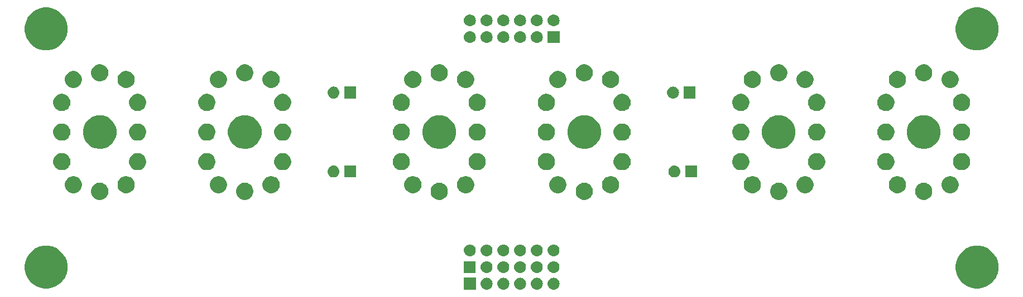
<source format=gbr>
G04 #@! TF.GenerationSoftware,KiCad,Pcbnew,(5.1.0-0)*
G04 #@! TF.CreationDate,2019-05-10T01:12:34-05:00*
G04 #@! TF.ProjectId,IN-12,494e2d31-322e-46b6-9963-61645f706362,rev?*
G04 #@! TF.SameCoordinates,Original*
G04 #@! TF.FileFunction,Soldermask,Top*
G04 #@! TF.FilePolarity,Negative*
%FSLAX46Y46*%
G04 Gerber Fmt 4.6, Leading zero omitted, Abs format (unit mm)*
G04 Created by KiCad (PCBNEW (5.1.0-0)) date 2019-05-10 01:12:34*
%MOMM*%
%LPD*%
G04 APERTURE LIST*
%ADD10C,0.100000*%
G04 APERTURE END LIST*
D10*
G36*
X155180762Y-118458145D02*
G01*
X155268988Y-118466834D01*
X155438789Y-118518343D01*
X155438792Y-118518344D01*
X155595278Y-118601988D01*
X155732444Y-118714556D01*
X155845012Y-118851722D01*
X155928656Y-119008208D01*
X155928657Y-119008211D01*
X155980166Y-119178012D01*
X155997558Y-119354600D01*
X155980166Y-119531188D01*
X155962277Y-119590159D01*
X155928656Y-119700992D01*
X155845012Y-119857478D01*
X155732444Y-119994644D01*
X155595278Y-120107212D01*
X155438792Y-120190856D01*
X155438789Y-120190857D01*
X155268988Y-120242366D01*
X155180762Y-120251055D01*
X155136650Y-120255400D01*
X155048150Y-120255400D01*
X155004038Y-120251055D01*
X154915812Y-120242366D01*
X154746011Y-120190857D01*
X154746008Y-120190856D01*
X154589522Y-120107212D01*
X154452356Y-119994644D01*
X154339788Y-119857478D01*
X154256144Y-119700992D01*
X154222523Y-119590159D01*
X154204634Y-119531188D01*
X154187242Y-119354600D01*
X154204634Y-119178012D01*
X154256143Y-119008211D01*
X154256144Y-119008208D01*
X154339788Y-118851722D01*
X154452356Y-118714556D01*
X154589522Y-118601988D01*
X154746008Y-118518344D01*
X154746011Y-118518343D01*
X154915812Y-118466834D01*
X155004038Y-118458145D01*
X155048150Y-118453800D01*
X155136650Y-118453800D01*
X155180762Y-118458145D01*
X155180762Y-118458145D01*
G37*
G36*
X152640762Y-118458145D02*
G01*
X152728988Y-118466834D01*
X152898789Y-118518343D01*
X152898792Y-118518344D01*
X153055278Y-118601988D01*
X153192444Y-118714556D01*
X153305012Y-118851722D01*
X153388656Y-119008208D01*
X153388657Y-119008211D01*
X153440166Y-119178012D01*
X153457558Y-119354600D01*
X153440166Y-119531188D01*
X153422277Y-119590159D01*
X153388656Y-119700992D01*
X153305012Y-119857478D01*
X153192444Y-119994644D01*
X153055278Y-120107212D01*
X152898792Y-120190856D01*
X152898789Y-120190857D01*
X152728988Y-120242366D01*
X152640762Y-120251055D01*
X152596650Y-120255400D01*
X152508150Y-120255400D01*
X152464038Y-120251055D01*
X152375812Y-120242366D01*
X152206011Y-120190857D01*
X152206008Y-120190856D01*
X152049522Y-120107212D01*
X151912356Y-119994644D01*
X151799788Y-119857478D01*
X151716144Y-119700992D01*
X151682523Y-119590159D01*
X151664634Y-119531188D01*
X151647242Y-119354600D01*
X151664634Y-119178012D01*
X151716143Y-119008211D01*
X151716144Y-119008208D01*
X151799788Y-118851722D01*
X151912356Y-118714556D01*
X152049522Y-118601988D01*
X152206008Y-118518344D01*
X152206011Y-118518343D01*
X152375812Y-118466834D01*
X152464038Y-118458145D01*
X152508150Y-118453800D01*
X152596650Y-118453800D01*
X152640762Y-118458145D01*
X152640762Y-118458145D01*
G37*
G36*
X150100762Y-118458145D02*
G01*
X150188988Y-118466834D01*
X150358789Y-118518343D01*
X150358792Y-118518344D01*
X150515278Y-118601988D01*
X150652444Y-118714556D01*
X150765012Y-118851722D01*
X150848656Y-119008208D01*
X150848657Y-119008211D01*
X150900166Y-119178012D01*
X150917558Y-119354600D01*
X150900166Y-119531188D01*
X150882277Y-119590159D01*
X150848656Y-119700992D01*
X150765012Y-119857478D01*
X150652444Y-119994644D01*
X150515278Y-120107212D01*
X150358792Y-120190856D01*
X150358789Y-120190857D01*
X150188988Y-120242366D01*
X150100762Y-120251055D01*
X150056650Y-120255400D01*
X149968150Y-120255400D01*
X149924038Y-120251055D01*
X149835812Y-120242366D01*
X149666011Y-120190857D01*
X149666008Y-120190856D01*
X149509522Y-120107212D01*
X149372356Y-119994644D01*
X149259788Y-119857478D01*
X149176144Y-119700992D01*
X149142523Y-119590159D01*
X149124634Y-119531188D01*
X149107242Y-119354600D01*
X149124634Y-119178012D01*
X149176143Y-119008211D01*
X149176144Y-119008208D01*
X149259788Y-118851722D01*
X149372356Y-118714556D01*
X149509522Y-118601988D01*
X149666008Y-118518344D01*
X149666011Y-118518343D01*
X149835812Y-118466834D01*
X149924038Y-118458145D01*
X149968150Y-118453800D01*
X150056650Y-118453800D01*
X150100762Y-118458145D01*
X150100762Y-118458145D01*
G37*
G36*
X147560762Y-118458145D02*
G01*
X147648988Y-118466834D01*
X147818789Y-118518343D01*
X147818792Y-118518344D01*
X147975278Y-118601988D01*
X148112444Y-118714556D01*
X148225012Y-118851722D01*
X148308656Y-119008208D01*
X148308657Y-119008211D01*
X148360166Y-119178012D01*
X148377558Y-119354600D01*
X148360166Y-119531188D01*
X148342277Y-119590159D01*
X148308656Y-119700992D01*
X148225012Y-119857478D01*
X148112444Y-119994644D01*
X147975278Y-120107212D01*
X147818792Y-120190856D01*
X147818789Y-120190857D01*
X147648988Y-120242366D01*
X147560762Y-120251055D01*
X147516650Y-120255400D01*
X147428150Y-120255400D01*
X147384038Y-120251055D01*
X147295812Y-120242366D01*
X147126011Y-120190857D01*
X147126008Y-120190856D01*
X146969522Y-120107212D01*
X146832356Y-119994644D01*
X146719788Y-119857478D01*
X146636144Y-119700992D01*
X146602523Y-119590159D01*
X146584634Y-119531188D01*
X146567242Y-119354600D01*
X146584634Y-119178012D01*
X146636143Y-119008211D01*
X146636144Y-119008208D01*
X146719788Y-118851722D01*
X146832356Y-118714556D01*
X146969522Y-118601988D01*
X147126008Y-118518344D01*
X147126011Y-118518343D01*
X147295812Y-118466834D01*
X147384038Y-118458145D01*
X147428150Y-118453800D01*
X147516650Y-118453800D01*
X147560762Y-118458145D01*
X147560762Y-118458145D01*
G37*
G36*
X145020762Y-118458145D02*
G01*
X145108988Y-118466834D01*
X145278789Y-118518343D01*
X145278792Y-118518344D01*
X145435278Y-118601988D01*
X145572444Y-118714556D01*
X145685012Y-118851722D01*
X145768656Y-119008208D01*
X145768657Y-119008211D01*
X145820166Y-119178012D01*
X145837558Y-119354600D01*
X145820166Y-119531188D01*
X145802277Y-119590159D01*
X145768656Y-119700992D01*
X145685012Y-119857478D01*
X145572444Y-119994644D01*
X145435278Y-120107212D01*
X145278792Y-120190856D01*
X145278789Y-120190857D01*
X145108988Y-120242366D01*
X145020762Y-120251055D01*
X144976650Y-120255400D01*
X144888150Y-120255400D01*
X144844038Y-120251055D01*
X144755812Y-120242366D01*
X144586011Y-120190857D01*
X144586008Y-120190856D01*
X144429522Y-120107212D01*
X144292356Y-119994644D01*
X144179788Y-119857478D01*
X144096144Y-119700992D01*
X144062523Y-119590159D01*
X144044634Y-119531188D01*
X144027242Y-119354600D01*
X144044634Y-119178012D01*
X144096143Y-119008211D01*
X144096144Y-119008208D01*
X144179788Y-118851722D01*
X144292356Y-118714556D01*
X144429522Y-118601988D01*
X144586008Y-118518344D01*
X144586011Y-118518343D01*
X144755812Y-118466834D01*
X144844038Y-118458145D01*
X144888150Y-118453800D01*
X144976650Y-118453800D01*
X145020762Y-118458145D01*
X145020762Y-118458145D01*
G37*
G36*
X143293200Y-120255400D02*
G01*
X141491600Y-120255400D01*
X141491600Y-118453800D01*
X143293200Y-118453800D01*
X143293200Y-120255400D01*
X143293200Y-120255400D01*
G37*
G36*
X220277222Y-113714126D02*
G01*
X220855389Y-113953611D01*
X220868831Y-113959179D01*
X221401264Y-114314939D01*
X221854061Y-114767736D01*
X222192627Y-115274437D01*
X222209822Y-115300171D01*
X222454874Y-115891778D01*
X222579800Y-116519823D01*
X222579800Y-117160177D01*
X222454874Y-117788222D01*
X222331424Y-118086256D01*
X222209821Y-118379831D01*
X221854061Y-118912264D01*
X221401264Y-119365061D01*
X220868831Y-119720821D01*
X220868830Y-119720822D01*
X220868829Y-119720822D01*
X220277222Y-119965874D01*
X219649177Y-120090800D01*
X219008823Y-120090800D01*
X218380778Y-119965874D01*
X217789171Y-119720822D01*
X217789170Y-119720822D01*
X217789169Y-119720821D01*
X217256736Y-119365061D01*
X216803939Y-118912264D01*
X216448179Y-118379831D01*
X216326576Y-118086256D01*
X216203126Y-117788222D01*
X216078200Y-117160177D01*
X216078200Y-116519823D01*
X216203126Y-115891778D01*
X216448178Y-115300171D01*
X216465373Y-115274437D01*
X216803939Y-114767736D01*
X217256736Y-114314939D01*
X217789169Y-113959179D01*
X217802611Y-113953611D01*
X218380778Y-113714126D01*
X219008823Y-113589200D01*
X219649177Y-113589200D01*
X220277222Y-113714126D01*
X220277222Y-113714126D01*
G37*
G36*
X79053222Y-113714126D02*
G01*
X79631389Y-113953611D01*
X79644831Y-113959179D01*
X80177264Y-114314939D01*
X80630061Y-114767736D01*
X80968627Y-115274437D01*
X80985822Y-115300171D01*
X81230874Y-115891778D01*
X81355800Y-116519823D01*
X81355800Y-117160177D01*
X81230874Y-117788222D01*
X81107424Y-118086256D01*
X80985821Y-118379831D01*
X80630061Y-118912264D01*
X80177264Y-119365061D01*
X79644831Y-119720821D01*
X79644830Y-119720822D01*
X79644829Y-119720822D01*
X79053222Y-119965874D01*
X78425177Y-120090800D01*
X77784823Y-120090800D01*
X77156778Y-119965874D01*
X76565171Y-119720822D01*
X76565170Y-119720822D01*
X76565169Y-119720821D01*
X76032736Y-119365061D01*
X75579939Y-118912264D01*
X75224179Y-118379831D01*
X75102576Y-118086256D01*
X74979126Y-117788222D01*
X74854200Y-117160177D01*
X74854200Y-116519823D01*
X74979126Y-115891778D01*
X75224178Y-115300171D01*
X75241373Y-115274437D01*
X75579939Y-114767736D01*
X76032736Y-114314939D01*
X76565169Y-113959179D01*
X76578611Y-113953611D01*
X77156778Y-113714126D01*
X77784823Y-113589200D01*
X78425177Y-113589200D01*
X79053222Y-113714126D01*
X79053222Y-113714126D01*
G37*
G36*
X144995362Y-115943545D02*
G01*
X145083588Y-115952234D01*
X145253389Y-116003743D01*
X145253392Y-116003744D01*
X145409878Y-116087388D01*
X145547044Y-116199956D01*
X145659612Y-116337122D01*
X145743256Y-116493608D01*
X145743257Y-116493611D01*
X145794766Y-116663412D01*
X145812158Y-116840000D01*
X145794766Y-117016588D01*
X145783558Y-117053534D01*
X145743256Y-117186392D01*
X145659612Y-117342878D01*
X145547044Y-117480044D01*
X145409878Y-117592612D01*
X145253392Y-117676256D01*
X145253389Y-117676257D01*
X145083588Y-117727766D01*
X144995362Y-117736455D01*
X144951250Y-117740800D01*
X144862750Y-117740800D01*
X144818638Y-117736455D01*
X144730412Y-117727766D01*
X144560611Y-117676257D01*
X144560608Y-117676256D01*
X144404122Y-117592612D01*
X144266956Y-117480044D01*
X144154388Y-117342878D01*
X144070744Y-117186392D01*
X144030442Y-117053534D01*
X144019234Y-117016588D01*
X144001842Y-116840000D01*
X144019234Y-116663412D01*
X144070743Y-116493611D01*
X144070744Y-116493608D01*
X144154388Y-116337122D01*
X144266956Y-116199956D01*
X144404122Y-116087388D01*
X144560608Y-116003744D01*
X144560611Y-116003743D01*
X144730412Y-115952234D01*
X144818638Y-115943545D01*
X144862750Y-115939200D01*
X144951250Y-115939200D01*
X144995362Y-115943545D01*
X144995362Y-115943545D01*
G37*
G36*
X143267800Y-117740800D02*
G01*
X141466200Y-117740800D01*
X141466200Y-115939200D01*
X143267800Y-115939200D01*
X143267800Y-117740800D01*
X143267800Y-117740800D01*
G37*
G36*
X155155362Y-115943545D02*
G01*
X155243588Y-115952234D01*
X155413389Y-116003743D01*
X155413392Y-116003744D01*
X155569878Y-116087388D01*
X155707044Y-116199956D01*
X155819612Y-116337122D01*
X155903256Y-116493608D01*
X155903257Y-116493611D01*
X155954766Y-116663412D01*
X155972158Y-116840000D01*
X155954766Y-117016588D01*
X155943558Y-117053534D01*
X155903256Y-117186392D01*
X155819612Y-117342878D01*
X155707044Y-117480044D01*
X155569878Y-117592612D01*
X155413392Y-117676256D01*
X155413389Y-117676257D01*
X155243588Y-117727766D01*
X155155362Y-117736455D01*
X155111250Y-117740800D01*
X155022750Y-117740800D01*
X154978638Y-117736455D01*
X154890412Y-117727766D01*
X154720611Y-117676257D01*
X154720608Y-117676256D01*
X154564122Y-117592612D01*
X154426956Y-117480044D01*
X154314388Y-117342878D01*
X154230744Y-117186392D01*
X154190442Y-117053534D01*
X154179234Y-117016588D01*
X154161842Y-116840000D01*
X154179234Y-116663412D01*
X154230743Y-116493611D01*
X154230744Y-116493608D01*
X154314388Y-116337122D01*
X154426956Y-116199956D01*
X154564122Y-116087388D01*
X154720608Y-116003744D01*
X154720611Y-116003743D01*
X154890412Y-115952234D01*
X154978638Y-115943545D01*
X155022750Y-115939200D01*
X155111250Y-115939200D01*
X155155362Y-115943545D01*
X155155362Y-115943545D01*
G37*
G36*
X152615362Y-115943545D02*
G01*
X152703588Y-115952234D01*
X152873389Y-116003743D01*
X152873392Y-116003744D01*
X153029878Y-116087388D01*
X153167044Y-116199956D01*
X153279612Y-116337122D01*
X153363256Y-116493608D01*
X153363257Y-116493611D01*
X153414766Y-116663412D01*
X153432158Y-116840000D01*
X153414766Y-117016588D01*
X153403558Y-117053534D01*
X153363256Y-117186392D01*
X153279612Y-117342878D01*
X153167044Y-117480044D01*
X153029878Y-117592612D01*
X152873392Y-117676256D01*
X152873389Y-117676257D01*
X152703588Y-117727766D01*
X152615362Y-117736455D01*
X152571250Y-117740800D01*
X152482750Y-117740800D01*
X152438638Y-117736455D01*
X152350412Y-117727766D01*
X152180611Y-117676257D01*
X152180608Y-117676256D01*
X152024122Y-117592612D01*
X151886956Y-117480044D01*
X151774388Y-117342878D01*
X151690744Y-117186392D01*
X151650442Y-117053534D01*
X151639234Y-117016588D01*
X151621842Y-116840000D01*
X151639234Y-116663412D01*
X151690743Y-116493611D01*
X151690744Y-116493608D01*
X151774388Y-116337122D01*
X151886956Y-116199956D01*
X152024122Y-116087388D01*
X152180608Y-116003744D01*
X152180611Y-116003743D01*
X152350412Y-115952234D01*
X152438638Y-115943545D01*
X152482750Y-115939200D01*
X152571250Y-115939200D01*
X152615362Y-115943545D01*
X152615362Y-115943545D01*
G37*
G36*
X150075362Y-115943545D02*
G01*
X150163588Y-115952234D01*
X150333389Y-116003743D01*
X150333392Y-116003744D01*
X150489878Y-116087388D01*
X150627044Y-116199956D01*
X150739612Y-116337122D01*
X150823256Y-116493608D01*
X150823257Y-116493611D01*
X150874766Y-116663412D01*
X150892158Y-116840000D01*
X150874766Y-117016588D01*
X150863558Y-117053534D01*
X150823256Y-117186392D01*
X150739612Y-117342878D01*
X150627044Y-117480044D01*
X150489878Y-117592612D01*
X150333392Y-117676256D01*
X150333389Y-117676257D01*
X150163588Y-117727766D01*
X150075362Y-117736455D01*
X150031250Y-117740800D01*
X149942750Y-117740800D01*
X149898638Y-117736455D01*
X149810412Y-117727766D01*
X149640611Y-117676257D01*
X149640608Y-117676256D01*
X149484122Y-117592612D01*
X149346956Y-117480044D01*
X149234388Y-117342878D01*
X149150744Y-117186392D01*
X149110442Y-117053534D01*
X149099234Y-117016588D01*
X149081842Y-116840000D01*
X149099234Y-116663412D01*
X149150743Y-116493611D01*
X149150744Y-116493608D01*
X149234388Y-116337122D01*
X149346956Y-116199956D01*
X149484122Y-116087388D01*
X149640608Y-116003744D01*
X149640611Y-116003743D01*
X149810412Y-115952234D01*
X149898638Y-115943545D01*
X149942750Y-115939200D01*
X150031250Y-115939200D01*
X150075362Y-115943545D01*
X150075362Y-115943545D01*
G37*
G36*
X147535362Y-115943545D02*
G01*
X147623588Y-115952234D01*
X147793389Y-116003743D01*
X147793392Y-116003744D01*
X147949878Y-116087388D01*
X148087044Y-116199956D01*
X148199612Y-116337122D01*
X148283256Y-116493608D01*
X148283257Y-116493611D01*
X148334766Y-116663412D01*
X148352158Y-116840000D01*
X148334766Y-117016588D01*
X148323558Y-117053534D01*
X148283256Y-117186392D01*
X148199612Y-117342878D01*
X148087044Y-117480044D01*
X147949878Y-117592612D01*
X147793392Y-117676256D01*
X147793389Y-117676257D01*
X147623588Y-117727766D01*
X147535362Y-117736455D01*
X147491250Y-117740800D01*
X147402750Y-117740800D01*
X147358638Y-117736455D01*
X147270412Y-117727766D01*
X147100611Y-117676257D01*
X147100608Y-117676256D01*
X146944122Y-117592612D01*
X146806956Y-117480044D01*
X146694388Y-117342878D01*
X146610744Y-117186392D01*
X146570442Y-117053534D01*
X146559234Y-117016588D01*
X146541842Y-116840000D01*
X146559234Y-116663412D01*
X146610743Y-116493611D01*
X146610744Y-116493608D01*
X146694388Y-116337122D01*
X146806956Y-116199956D01*
X146944122Y-116087388D01*
X147100608Y-116003744D01*
X147100611Y-116003743D01*
X147270412Y-115952234D01*
X147358638Y-115943545D01*
X147402750Y-115939200D01*
X147491250Y-115939200D01*
X147535362Y-115943545D01*
X147535362Y-115943545D01*
G37*
G36*
X150075362Y-113403545D02*
G01*
X150163588Y-113412234D01*
X150333389Y-113463743D01*
X150333392Y-113463744D01*
X150489878Y-113547388D01*
X150627044Y-113659956D01*
X150739612Y-113797122D01*
X150823256Y-113953608D01*
X150823257Y-113953611D01*
X150874766Y-114123412D01*
X150892158Y-114300000D01*
X150874766Y-114476588D01*
X150823257Y-114646389D01*
X150823256Y-114646392D01*
X150739612Y-114802878D01*
X150627044Y-114940044D01*
X150489878Y-115052612D01*
X150333392Y-115136256D01*
X150333389Y-115136257D01*
X150163588Y-115187766D01*
X150075362Y-115196455D01*
X150031250Y-115200800D01*
X149942750Y-115200800D01*
X149898638Y-115196455D01*
X149810412Y-115187766D01*
X149640611Y-115136257D01*
X149640608Y-115136256D01*
X149484122Y-115052612D01*
X149346956Y-114940044D01*
X149234388Y-114802878D01*
X149150744Y-114646392D01*
X149150743Y-114646389D01*
X149099234Y-114476588D01*
X149081842Y-114300000D01*
X149099234Y-114123412D01*
X149150743Y-113953611D01*
X149150744Y-113953608D01*
X149234388Y-113797122D01*
X149346956Y-113659956D01*
X149484122Y-113547388D01*
X149640608Y-113463744D01*
X149640611Y-113463743D01*
X149810412Y-113412234D01*
X149898638Y-113403545D01*
X149942750Y-113399200D01*
X150031250Y-113399200D01*
X150075362Y-113403545D01*
X150075362Y-113403545D01*
G37*
G36*
X155155362Y-113403545D02*
G01*
X155243588Y-113412234D01*
X155413389Y-113463743D01*
X155413392Y-113463744D01*
X155569878Y-113547388D01*
X155707044Y-113659956D01*
X155819612Y-113797122D01*
X155903256Y-113953608D01*
X155903257Y-113953611D01*
X155954766Y-114123412D01*
X155972158Y-114300000D01*
X155954766Y-114476588D01*
X155903257Y-114646389D01*
X155903256Y-114646392D01*
X155819612Y-114802878D01*
X155707044Y-114940044D01*
X155569878Y-115052612D01*
X155413392Y-115136256D01*
X155413389Y-115136257D01*
X155243588Y-115187766D01*
X155155362Y-115196455D01*
X155111250Y-115200800D01*
X155022750Y-115200800D01*
X154978638Y-115196455D01*
X154890412Y-115187766D01*
X154720611Y-115136257D01*
X154720608Y-115136256D01*
X154564122Y-115052612D01*
X154426956Y-114940044D01*
X154314388Y-114802878D01*
X154230744Y-114646392D01*
X154230743Y-114646389D01*
X154179234Y-114476588D01*
X154161842Y-114300000D01*
X154179234Y-114123412D01*
X154230743Y-113953611D01*
X154230744Y-113953608D01*
X154314388Y-113797122D01*
X154426956Y-113659956D01*
X154564122Y-113547388D01*
X154720608Y-113463744D01*
X154720611Y-113463743D01*
X154890412Y-113412234D01*
X154978638Y-113403545D01*
X155022750Y-113399200D01*
X155111250Y-113399200D01*
X155155362Y-113403545D01*
X155155362Y-113403545D01*
G37*
G36*
X152615362Y-113403545D02*
G01*
X152703588Y-113412234D01*
X152873389Y-113463743D01*
X152873392Y-113463744D01*
X153029878Y-113547388D01*
X153167044Y-113659956D01*
X153279612Y-113797122D01*
X153363256Y-113953608D01*
X153363257Y-113953611D01*
X153414766Y-114123412D01*
X153432158Y-114300000D01*
X153414766Y-114476588D01*
X153363257Y-114646389D01*
X153363256Y-114646392D01*
X153279612Y-114802878D01*
X153167044Y-114940044D01*
X153029878Y-115052612D01*
X152873392Y-115136256D01*
X152873389Y-115136257D01*
X152703588Y-115187766D01*
X152615362Y-115196455D01*
X152571250Y-115200800D01*
X152482750Y-115200800D01*
X152438638Y-115196455D01*
X152350412Y-115187766D01*
X152180611Y-115136257D01*
X152180608Y-115136256D01*
X152024122Y-115052612D01*
X151886956Y-114940044D01*
X151774388Y-114802878D01*
X151690744Y-114646392D01*
X151690743Y-114646389D01*
X151639234Y-114476588D01*
X151621842Y-114300000D01*
X151639234Y-114123412D01*
X151690743Y-113953611D01*
X151690744Y-113953608D01*
X151774388Y-113797122D01*
X151886956Y-113659956D01*
X152024122Y-113547388D01*
X152180608Y-113463744D01*
X152180611Y-113463743D01*
X152350412Y-113412234D01*
X152438638Y-113403545D01*
X152482750Y-113399200D01*
X152571250Y-113399200D01*
X152615362Y-113403545D01*
X152615362Y-113403545D01*
G37*
G36*
X147535362Y-113403545D02*
G01*
X147623588Y-113412234D01*
X147793389Y-113463743D01*
X147793392Y-113463744D01*
X147949878Y-113547388D01*
X148087044Y-113659956D01*
X148199612Y-113797122D01*
X148283256Y-113953608D01*
X148283257Y-113953611D01*
X148334766Y-114123412D01*
X148352158Y-114300000D01*
X148334766Y-114476588D01*
X148283257Y-114646389D01*
X148283256Y-114646392D01*
X148199612Y-114802878D01*
X148087044Y-114940044D01*
X147949878Y-115052612D01*
X147793392Y-115136256D01*
X147793389Y-115136257D01*
X147623588Y-115187766D01*
X147535362Y-115196455D01*
X147491250Y-115200800D01*
X147402750Y-115200800D01*
X147358638Y-115196455D01*
X147270412Y-115187766D01*
X147100611Y-115136257D01*
X147100608Y-115136256D01*
X146944122Y-115052612D01*
X146806956Y-114940044D01*
X146694388Y-114802878D01*
X146610744Y-114646392D01*
X146610743Y-114646389D01*
X146559234Y-114476588D01*
X146541842Y-114300000D01*
X146559234Y-114123412D01*
X146610743Y-113953611D01*
X146610744Y-113953608D01*
X146694388Y-113797122D01*
X146806956Y-113659956D01*
X146944122Y-113547388D01*
X147100608Y-113463744D01*
X147100611Y-113463743D01*
X147270412Y-113412234D01*
X147358638Y-113403545D01*
X147402750Y-113399200D01*
X147491250Y-113399200D01*
X147535362Y-113403545D01*
X147535362Y-113403545D01*
G37*
G36*
X144995362Y-113403545D02*
G01*
X145083588Y-113412234D01*
X145253389Y-113463743D01*
X145253392Y-113463744D01*
X145409878Y-113547388D01*
X145547044Y-113659956D01*
X145659612Y-113797122D01*
X145743256Y-113953608D01*
X145743257Y-113953611D01*
X145794766Y-114123412D01*
X145812158Y-114300000D01*
X145794766Y-114476588D01*
X145743257Y-114646389D01*
X145743256Y-114646392D01*
X145659612Y-114802878D01*
X145547044Y-114940044D01*
X145409878Y-115052612D01*
X145253392Y-115136256D01*
X145253389Y-115136257D01*
X145083588Y-115187766D01*
X144995362Y-115196455D01*
X144951250Y-115200800D01*
X144862750Y-115200800D01*
X144818638Y-115196455D01*
X144730412Y-115187766D01*
X144560611Y-115136257D01*
X144560608Y-115136256D01*
X144404122Y-115052612D01*
X144266956Y-114940044D01*
X144154388Y-114802878D01*
X144070744Y-114646392D01*
X144070743Y-114646389D01*
X144019234Y-114476588D01*
X144001842Y-114300000D01*
X144019234Y-114123412D01*
X144070743Y-113953611D01*
X144070744Y-113953608D01*
X144154388Y-113797122D01*
X144266956Y-113659956D01*
X144404122Y-113547388D01*
X144560608Y-113463744D01*
X144560611Y-113463743D01*
X144730412Y-113412234D01*
X144818638Y-113403545D01*
X144862750Y-113399200D01*
X144951250Y-113399200D01*
X144995362Y-113403545D01*
X144995362Y-113403545D01*
G37*
G36*
X142455362Y-113403545D02*
G01*
X142543588Y-113412234D01*
X142713389Y-113463743D01*
X142713392Y-113463744D01*
X142869878Y-113547388D01*
X143007044Y-113659956D01*
X143119612Y-113797122D01*
X143203256Y-113953608D01*
X143203257Y-113953611D01*
X143254766Y-114123412D01*
X143272158Y-114300000D01*
X143254766Y-114476588D01*
X143203257Y-114646389D01*
X143203256Y-114646392D01*
X143119612Y-114802878D01*
X143007044Y-114940044D01*
X142869878Y-115052612D01*
X142713392Y-115136256D01*
X142713389Y-115136257D01*
X142543588Y-115187766D01*
X142455362Y-115196455D01*
X142411250Y-115200800D01*
X142322750Y-115200800D01*
X142278638Y-115196455D01*
X142190412Y-115187766D01*
X142020611Y-115136257D01*
X142020608Y-115136256D01*
X141864122Y-115052612D01*
X141726956Y-114940044D01*
X141614388Y-114802878D01*
X141530744Y-114646392D01*
X141530743Y-114646389D01*
X141479234Y-114476588D01*
X141461842Y-114300000D01*
X141479234Y-114123412D01*
X141530743Y-113953611D01*
X141530744Y-113953608D01*
X141614388Y-113797122D01*
X141726956Y-113659956D01*
X141864122Y-113547388D01*
X142020608Y-113463744D01*
X142020611Y-113463743D01*
X142190412Y-113412234D01*
X142278638Y-113403545D01*
X142322750Y-113399200D01*
X142411250Y-113399200D01*
X142455362Y-113403545D01*
X142455362Y-113403545D01*
G37*
G36*
X86621828Y-104063008D02*
G01*
X86858558Y-104161065D01*
X86858560Y-104161066D01*
X86894291Y-104184941D01*
X87071611Y-104303422D01*
X87252798Y-104484609D01*
X87395155Y-104697662D01*
X87493212Y-104934392D01*
X87543200Y-105185701D01*
X87543200Y-105441939D01*
X87493212Y-105693248D01*
X87395155Y-105929978D01*
X87395154Y-105929980D01*
X87252797Y-106143032D01*
X87071612Y-106324217D01*
X86858560Y-106466574D01*
X86858559Y-106466575D01*
X86858558Y-106466575D01*
X86621828Y-106564632D01*
X86370519Y-106614620D01*
X86114281Y-106614620D01*
X85862972Y-106564632D01*
X85626242Y-106466575D01*
X85626241Y-106466575D01*
X85626240Y-106466574D01*
X85413188Y-106324217D01*
X85232003Y-106143032D01*
X85089646Y-105929980D01*
X85089645Y-105929978D01*
X84991588Y-105693248D01*
X84941600Y-105441939D01*
X84941600Y-105185701D01*
X84991588Y-104934392D01*
X85089645Y-104697662D01*
X85232002Y-104484609D01*
X85413189Y-104303422D01*
X85590509Y-104184941D01*
X85626240Y-104161066D01*
X85626242Y-104161065D01*
X85862972Y-104063008D01*
X86114281Y-104013020D01*
X86370519Y-104013020D01*
X86621828Y-104063008D01*
X86621828Y-104063008D01*
G37*
G36*
X108621828Y-104063008D02*
G01*
X108858558Y-104161065D01*
X108858560Y-104161066D01*
X108894291Y-104184941D01*
X109071611Y-104303422D01*
X109252798Y-104484609D01*
X109395155Y-104697662D01*
X109493212Y-104934392D01*
X109543200Y-105185701D01*
X109543200Y-105441939D01*
X109493212Y-105693248D01*
X109395155Y-105929978D01*
X109395154Y-105929980D01*
X109252797Y-106143032D01*
X109071612Y-106324217D01*
X108858560Y-106466574D01*
X108858559Y-106466575D01*
X108858558Y-106466575D01*
X108621828Y-106564632D01*
X108370519Y-106614620D01*
X108114281Y-106614620D01*
X107862972Y-106564632D01*
X107626242Y-106466575D01*
X107626241Y-106466575D01*
X107626240Y-106466574D01*
X107413188Y-106324217D01*
X107232003Y-106143032D01*
X107089646Y-105929980D01*
X107089645Y-105929978D01*
X106991588Y-105693248D01*
X106941600Y-105441939D01*
X106941600Y-105185701D01*
X106991588Y-104934392D01*
X107089645Y-104697662D01*
X107232002Y-104484609D01*
X107413189Y-104303422D01*
X107590509Y-104184941D01*
X107626240Y-104161066D01*
X107626242Y-104161065D01*
X107862972Y-104063008D01*
X108114281Y-104013020D01*
X108370519Y-104013020D01*
X108621828Y-104063008D01*
X108621828Y-104063008D01*
G37*
G36*
X138121828Y-104063008D02*
G01*
X138358558Y-104161065D01*
X138358560Y-104161066D01*
X138394291Y-104184941D01*
X138571611Y-104303422D01*
X138752798Y-104484609D01*
X138895155Y-104697662D01*
X138993212Y-104934392D01*
X139043200Y-105185701D01*
X139043200Y-105441939D01*
X138993212Y-105693248D01*
X138895155Y-105929978D01*
X138895154Y-105929980D01*
X138752797Y-106143032D01*
X138571612Y-106324217D01*
X138358560Y-106466574D01*
X138358559Y-106466575D01*
X138358558Y-106466575D01*
X138121828Y-106564632D01*
X137870519Y-106614620D01*
X137614281Y-106614620D01*
X137362972Y-106564632D01*
X137126242Y-106466575D01*
X137126241Y-106466575D01*
X137126240Y-106466574D01*
X136913188Y-106324217D01*
X136732003Y-106143032D01*
X136589646Y-105929980D01*
X136589645Y-105929978D01*
X136491588Y-105693248D01*
X136441600Y-105441939D01*
X136441600Y-105185701D01*
X136491588Y-104934392D01*
X136589645Y-104697662D01*
X136732002Y-104484609D01*
X136913189Y-104303422D01*
X137090509Y-104184941D01*
X137126240Y-104161066D01*
X137126242Y-104161065D01*
X137362972Y-104063008D01*
X137614281Y-104013020D01*
X137870519Y-104013020D01*
X138121828Y-104063008D01*
X138121828Y-104063008D01*
G37*
G36*
X160121828Y-104063008D02*
G01*
X160358558Y-104161065D01*
X160358560Y-104161066D01*
X160394291Y-104184941D01*
X160571611Y-104303422D01*
X160752798Y-104484609D01*
X160895155Y-104697662D01*
X160993212Y-104934392D01*
X161043200Y-105185701D01*
X161043200Y-105441939D01*
X160993212Y-105693248D01*
X160895155Y-105929978D01*
X160895154Y-105929980D01*
X160752797Y-106143032D01*
X160571612Y-106324217D01*
X160358560Y-106466574D01*
X160358559Y-106466575D01*
X160358558Y-106466575D01*
X160121828Y-106564632D01*
X159870519Y-106614620D01*
X159614281Y-106614620D01*
X159362972Y-106564632D01*
X159126242Y-106466575D01*
X159126241Y-106466575D01*
X159126240Y-106466574D01*
X158913188Y-106324217D01*
X158732003Y-106143032D01*
X158589646Y-105929980D01*
X158589645Y-105929978D01*
X158491588Y-105693248D01*
X158441600Y-105441939D01*
X158441600Y-105185701D01*
X158491588Y-104934392D01*
X158589645Y-104697662D01*
X158732002Y-104484609D01*
X158913189Y-104303422D01*
X159090509Y-104184941D01*
X159126240Y-104161066D01*
X159126242Y-104161065D01*
X159362972Y-104063008D01*
X159614281Y-104013020D01*
X159870519Y-104013020D01*
X160121828Y-104063008D01*
X160121828Y-104063008D01*
G37*
G36*
X189621828Y-104063008D02*
G01*
X189858558Y-104161065D01*
X189858560Y-104161066D01*
X189894291Y-104184941D01*
X190071611Y-104303422D01*
X190252798Y-104484609D01*
X190395155Y-104697662D01*
X190493212Y-104934392D01*
X190543200Y-105185701D01*
X190543200Y-105441939D01*
X190493212Y-105693248D01*
X190395155Y-105929978D01*
X190395154Y-105929980D01*
X190252797Y-106143032D01*
X190071612Y-106324217D01*
X189858560Y-106466574D01*
X189858559Y-106466575D01*
X189858558Y-106466575D01*
X189621828Y-106564632D01*
X189370519Y-106614620D01*
X189114281Y-106614620D01*
X188862972Y-106564632D01*
X188626242Y-106466575D01*
X188626241Y-106466575D01*
X188626240Y-106466574D01*
X188413188Y-106324217D01*
X188232003Y-106143032D01*
X188089646Y-105929980D01*
X188089645Y-105929978D01*
X187991588Y-105693248D01*
X187941600Y-105441939D01*
X187941600Y-105185701D01*
X187991588Y-104934392D01*
X188089645Y-104697662D01*
X188232002Y-104484609D01*
X188413189Y-104303422D01*
X188590509Y-104184941D01*
X188626240Y-104161066D01*
X188626242Y-104161065D01*
X188862972Y-104063008D01*
X189114281Y-104013020D01*
X189370519Y-104013020D01*
X189621828Y-104063008D01*
X189621828Y-104063008D01*
G37*
G36*
X211621828Y-104063008D02*
G01*
X211858558Y-104161065D01*
X211858560Y-104161066D01*
X211894291Y-104184941D01*
X212071611Y-104303422D01*
X212252798Y-104484609D01*
X212395155Y-104697662D01*
X212493212Y-104934392D01*
X212543200Y-105185701D01*
X212543200Y-105441939D01*
X212493212Y-105693248D01*
X212395155Y-105929978D01*
X212395154Y-105929980D01*
X212252797Y-106143032D01*
X212071612Y-106324217D01*
X211858560Y-106466574D01*
X211858559Y-106466575D01*
X211858558Y-106466575D01*
X211621828Y-106564632D01*
X211370519Y-106614620D01*
X211114281Y-106614620D01*
X210862972Y-106564632D01*
X210626242Y-106466575D01*
X210626241Y-106466575D01*
X210626240Y-106466574D01*
X210413188Y-106324217D01*
X210232003Y-106143032D01*
X210089646Y-105929980D01*
X210089645Y-105929978D01*
X209991588Y-105693248D01*
X209941600Y-105441939D01*
X209941600Y-105185701D01*
X209991588Y-104934392D01*
X210089645Y-104697662D01*
X210232002Y-104484609D01*
X210413189Y-104303422D01*
X210590509Y-104184941D01*
X210626240Y-104161066D01*
X210626242Y-104161065D01*
X210862972Y-104063008D01*
X211114281Y-104013020D01*
X211370519Y-104013020D01*
X211621828Y-104063008D01*
X211621828Y-104063008D01*
G37*
G36*
X134123868Y-103062248D02*
G01*
X134360598Y-103160305D01*
X134360600Y-103160306D01*
X134423547Y-103202366D01*
X134573651Y-103302662D01*
X134754838Y-103483849D01*
X134897195Y-103696902D01*
X134995252Y-103933632D01*
X135045240Y-104184941D01*
X135045240Y-104441179D01*
X134995252Y-104692488D01*
X134897195Y-104929218D01*
X134897194Y-104929220D01*
X134754837Y-105142272D01*
X134573652Y-105323457D01*
X134360600Y-105465814D01*
X134360599Y-105465815D01*
X134360598Y-105465815D01*
X134123868Y-105563872D01*
X133872559Y-105613860D01*
X133616321Y-105613860D01*
X133365012Y-105563872D01*
X133128282Y-105465815D01*
X133128281Y-105465815D01*
X133128280Y-105465814D01*
X132915228Y-105323457D01*
X132734043Y-105142272D01*
X132591686Y-104929220D01*
X132591685Y-104929218D01*
X132493628Y-104692488D01*
X132443640Y-104441179D01*
X132443640Y-104184941D01*
X132493628Y-103933632D01*
X132591685Y-103696902D01*
X132734042Y-103483849D01*
X132915229Y-103302662D01*
X133065333Y-103202366D01*
X133128280Y-103160306D01*
X133128282Y-103160305D01*
X133365012Y-103062248D01*
X133616321Y-103012260D01*
X133872559Y-103012260D01*
X134123868Y-103062248D01*
X134123868Y-103062248D01*
G37*
G36*
X90619788Y-103062248D02*
G01*
X90856518Y-103160305D01*
X90856520Y-103160306D01*
X90919467Y-103202366D01*
X91069571Y-103302662D01*
X91250758Y-103483849D01*
X91393115Y-103696902D01*
X91491172Y-103933632D01*
X91541160Y-104184941D01*
X91541160Y-104441179D01*
X91491172Y-104692488D01*
X91393115Y-104929218D01*
X91393114Y-104929220D01*
X91250757Y-105142272D01*
X91069572Y-105323457D01*
X90856520Y-105465814D01*
X90856519Y-105465815D01*
X90856518Y-105465815D01*
X90619788Y-105563872D01*
X90368479Y-105613860D01*
X90112241Y-105613860D01*
X89860932Y-105563872D01*
X89624202Y-105465815D01*
X89624201Y-105465815D01*
X89624200Y-105465814D01*
X89411148Y-105323457D01*
X89229963Y-105142272D01*
X89087606Y-104929220D01*
X89087605Y-104929218D01*
X88989548Y-104692488D01*
X88939560Y-104441179D01*
X88939560Y-104184941D01*
X88989548Y-103933632D01*
X89087605Y-103696902D01*
X89229962Y-103483849D01*
X89411149Y-103302662D01*
X89561253Y-103202366D01*
X89624200Y-103160306D01*
X89624202Y-103160305D01*
X89860932Y-103062248D01*
X90112241Y-103012260D01*
X90368479Y-103012260D01*
X90619788Y-103062248D01*
X90619788Y-103062248D01*
G37*
G36*
X82623868Y-103062248D02*
G01*
X82860598Y-103160305D01*
X82860600Y-103160306D01*
X82923547Y-103202366D01*
X83073651Y-103302662D01*
X83254838Y-103483849D01*
X83397195Y-103696902D01*
X83495252Y-103933632D01*
X83545240Y-104184941D01*
X83545240Y-104441179D01*
X83495252Y-104692488D01*
X83397195Y-104929218D01*
X83397194Y-104929220D01*
X83254837Y-105142272D01*
X83073652Y-105323457D01*
X82860600Y-105465814D01*
X82860599Y-105465815D01*
X82860598Y-105465815D01*
X82623868Y-105563872D01*
X82372559Y-105613860D01*
X82116321Y-105613860D01*
X81865012Y-105563872D01*
X81628282Y-105465815D01*
X81628281Y-105465815D01*
X81628280Y-105465814D01*
X81415228Y-105323457D01*
X81234043Y-105142272D01*
X81091686Y-104929220D01*
X81091685Y-104929218D01*
X80993628Y-104692488D01*
X80943640Y-104441179D01*
X80943640Y-104184941D01*
X80993628Y-103933632D01*
X81091685Y-103696902D01*
X81234042Y-103483849D01*
X81415229Y-103302662D01*
X81565333Y-103202366D01*
X81628280Y-103160306D01*
X81628282Y-103160305D01*
X81865012Y-103062248D01*
X82116321Y-103012260D01*
X82372559Y-103012260D01*
X82623868Y-103062248D01*
X82623868Y-103062248D01*
G37*
G36*
X104623868Y-103062248D02*
G01*
X104860598Y-103160305D01*
X104860600Y-103160306D01*
X104923547Y-103202366D01*
X105073651Y-103302662D01*
X105254838Y-103483849D01*
X105397195Y-103696902D01*
X105495252Y-103933632D01*
X105545240Y-104184941D01*
X105545240Y-104441179D01*
X105495252Y-104692488D01*
X105397195Y-104929218D01*
X105397194Y-104929220D01*
X105254837Y-105142272D01*
X105073652Y-105323457D01*
X104860600Y-105465814D01*
X104860599Y-105465815D01*
X104860598Y-105465815D01*
X104623868Y-105563872D01*
X104372559Y-105613860D01*
X104116321Y-105613860D01*
X103865012Y-105563872D01*
X103628282Y-105465815D01*
X103628281Y-105465815D01*
X103628280Y-105465814D01*
X103415228Y-105323457D01*
X103234043Y-105142272D01*
X103091686Y-104929220D01*
X103091685Y-104929218D01*
X102993628Y-104692488D01*
X102943640Y-104441179D01*
X102943640Y-104184941D01*
X102993628Y-103933632D01*
X103091685Y-103696902D01*
X103234042Y-103483849D01*
X103415229Y-103302662D01*
X103565333Y-103202366D01*
X103628280Y-103160306D01*
X103628282Y-103160305D01*
X103865012Y-103062248D01*
X104116321Y-103012260D01*
X104372559Y-103012260D01*
X104623868Y-103062248D01*
X104623868Y-103062248D01*
G37*
G36*
X142119788Y-103062248D02*
G01*
X142356518Y-103160305D01*
X142356520Y-103160306D01*
X142419467Y-103202366D01*
X142569571Y-103302662D01*
X142750758Y-103483849D01*
X142893115Y-103696902D01*
X142991172Y-103933632D01*
X143041160Y-104184941D01*
X143041160Y-104441179D01*
X142991172Y-104692488D01*
X142893115Y-104929218D01*
X142893114Y-104929220D01*
X142750757Y-105142272D01*
X142569572Y-105323457D01*
X142356520Y-105465814D01*
X142356519Y-105465815D01*
X142356518Y-105465815D01*
X142119788Y-105563872D01*
X141868479Y-105613860D01*
X141612241Y-105613860D01*
X141360932Y-105563872D01*
X141124202Y-105465815D01*
X141124201Y-105465815D01*
X141124200Y-105465814D01*
X140911148Y-105323457D01*
X140729963Y-105142272D01*
X140587606Y-104929220D01*
X140587605Y-104929218D01*
X140489548Y-104692488D01*
X140439560Y-104441179D01*
X140439560Y-104184941D01*
X140489548Y-103933632D01*
X140587605Y-103696902D01*
X140729962Y-103483849D01*
X140911149Y-103302662D01*
X141061253Y-103202366D01*
X141124200Y-103160306D01*
X141124202Y-103160305D01*
X141360932Y-103062248D01*
X141612241Y-103012260D01*
X141868479Y-103012260D01*
X142119788Y-103062248D01*
X142119788Y-103062248D01*
G37*
G36*
X156123868Y-103062248D02*
G01*
X156360598Y-103160305D01*
X156360600Y-103160306D01*
X156423547Y-103202366D01*
X156573651Y-103302662D01*
X156754838Y-103483849D01*
X156897195Y-103696902D01*
X156995252Y-103933632D01*
X157045240Y-104184941D01*
X157045240Y-104441179D01*
X156995252Y-104692488D01*
X156897195Y-104929218D01*
X156897194Y-104929220D01*
X156754837Y-105142272D01*
X156573652Y-105323457D01*
X156360600Y-105465814D01*
X156360599Y-105465815D01*
X156360598Y-105465815D01*
X156123868Y-105563872D01*
X155872559Y-105613860D01*
X155616321Y-105613860D01*
X155365012Y-105563872D01*
X155128282Y-105465815D01*
X155128281Y-105465815D01*
X155128280Y-105465814D01*
X154915228Y-105323457D01*
X154734043Y-105142272D01*
X154591686Y-104929220D01*
X154591685Y-104929218D01*
X154493628Y-104692488D01*
X154443640Y-104441179D01*
X154443640Y-104184941D01*
X154493628Y-103933632D01*
X154591685Y-103696902D01*
X154734042Y-103483849D01*
X154915229Y-103302662D01*
X155065333Y-103202366D01*
X155128280Y-103160306D01*
X155128282Y-103160305D01*
X155365012Y-103062248D01*
X155616321Y-103012260D01*
X155872559Y-103012260D01*
X156123868Y-103062248D01*
X156123868Y-103062248D01*
G37*
G36*
X164119788Y-103062248D02*
G01*
X164356518Y-103160305D01*
X164356520Y-103160306D01*
X164419467Y-103202366D01*
X164569571Y-103302662D01*
X164750758Y-103483849D01*
X164893115Y-103696902D01*
X164991172Y-103933632D01*
X165041160Y-104184941D01*
X165041160Y-104441179D01*
X164991172Y-104692488D01*
X164893115Y-104929218D01*
X164893114Y-104929220D01*
X164750757Y-105142272D01*
X164569572Y-105323457D01*
X164356520Y-105465814D01*
X164356519Y-105465815D01*
X164356518Y-105465815D01*
X164119788Y-105563872D01*
X163868479Y-105613860D01*
X163612241Y-105613860D01*
X163360932Y-105563872D01*
X163124202Y-105465815D01*
X163124201Y-105465815D01*
X163124200Y-105465814D01*
X162911148Y-105323457D01*
X162729963Y-105142272D01*
X162587606Y-104929220D01*
X162587605Y-104929218D01*
X162489548Y-104692488D01*
X162439560Y-104441179D01*
X162439560Y-104184941D01*
X162489548Y-103933632D01*
X162587605Y-103696902D01*
X162729962Y-103483849D01*
X162911149Y-103302662D01*
X163061253Y-103202366D01*
X163124200Y-103160306D01*
X163124202Y-103160305D01*
X163360932Y-103062248D01*
X163612241Y-103012260D01*
X163868479Y-103012260D01*
X164119788Y-103062248D01*
X164119788Y-103062248D01*
G37*
G36*
X185623868Y-103062248D02*
G01*
X185860598Y-103160305D01*
X185860600Y-103160306D01*
X185923547Y-103202366D01*
X186073651Y-103302662D01*
X186254838Y-103483849D01*
X186397195Y-103696902D01*
X186495252Y-103933632D01*
X186545240Y-104184941D01*
X186545240Y-104441179D01*
X186495252Y-104692488D01*
X186397195Y-104929218D01*
X186397194Y-104929220D01*
X186254837Y-105142272D01*
X186073652Y-105323457D01*
X185860600Y-105465814D01*
X185860599Y-105465815D01*
X185860598Y-105465815D01*
X185623868Y-105563872D01*
X185372559Y-105613860D01*
X185116321Y-105613860D01*
X184865012Y-105563872D01*
X184628282Y-105465815D01*
X184628281Y-105465815D01*
X184628280Y-105465814D01*
X184415228Y-105323457D01*
X184234043Y-105142272D01*
X184091686Y-104929220D01*
X184091685Y-104929218D01*
X183993628Y-104692488D01*
X183943640Y-104441179D01*
X183943640Y-104184941D01*
X183993628Y-103933632D01*
X184091685Y-103696902D01*
X184234042Y-103483849D01*
X184415229Y-103302662D01*
X184565333Y-103202366D01*
X184628280Y-103160306D01*
X184628282Y-103160305D01*
X184865012Y-103062248D01*
X185116321Y-103012260D01*
X185372559Y-103012260D01*
X185623868Y-103062248D01*
X185623868Y-103062248D01*
G37*
G36*
X207623868Y-103062248D02*
G01*
X207860598Y-103160305D01*
X207860600Y-103160306D01*
X207923547Y-103202366D01*
X208073651Y-103302662D01*
X208254838Y-103483849D01*
X208397195Y-103696902D01*
X208495252Y-103933632D01*
X208545240Y-104184941D01*
X208545240Y-104441179D01*
X208495252Y-104692488D01*
X208397195Y-104929218D01*
X208397194Y-104929220D01*
X208254837Y-105142272D01*
X208073652Y-105323457D01*
X207860600Y-105465814D01*
X207860599Y-105465815D01*
X207860598Y-105465815D01*
X207623868Y-105563872D01*
X207372559Y-105613860D01*
X207116321Y-105613860D01*
X206865012Y-105563872D01*
X206628282Y-105465815D01*
X206628281Y-105465815D01*
X206628280Y-105465814D01*
X206415228Y-105323457D01*
X206234043Y-105142272D01*
X206091686Y-104929220D01*
X206091685Y-104929218D01*
X205993628Y-104692488D01*
X205943640Y-104441179D01*
X205943640Y-104184941D01*
X205993628Y-103933632D01*
X206091685Y-103696902D01*
X206234042Y-103483849D01*
X206415229Y-103302662D01*
X206565333Y-103202366D01*
X206628280Y-103160306D01*
X206628282Y-103160305D01*
X206865012Y-103062248D01*
X207116321Y-103012260D01*
X207372559Y-103012260D01*
X207623868Y-103062248D01*
X207623868Y-103062248D01*
G37*
G36*
X215619788Y-103062248D02*
G01*
X215856518Y-103160305D01*
X215856520Y-103160306D01*
X215919467Y-103202366D01*
X216069571Y-103302662D01*
X216250758Y-103483849D01*
X216393115Y-103696902D01*
X216491172Y-103933632D01*
X216541160Y-104184941D01*
X216541160Y-104441179D01*
X216491172Y-104692488D01*
X216393115Y-104929218D01*
X216393114Y-104929220D01*
X216250757Y-105142272D01*
X216069572Y-105323457D01*
X215856520Y-105465814D01*
X215856519Y-105465815D01*
X215856518Y-105465815D01*
X215619788Y-105563872D01*
X215368479Y-105613860D01*
X215112241Y-105613860D01*
X214860932Y-105563872D01*
X214624202Y-105465815D01*
X214624201Y-105465815D01*
X214624200Y-105465814D01*
X214411148Y-105323457D01*
X214229963Y-105142272D01*
X214087606Y-104929220D01*
X214087605Y-104929218D01*
X213989548Y-104692488D01*
X213939560Y-104441179D01*
X213939560Y-104184941D01*
X213989548Y-103933632D01*
X214087605Y-103696902D01*
X214229962Y-103483849D01*
X214411149Y-103302662D01*
X214561253Y-103202366D01*
X214624200Y-103160306D01*
X214624202Y-103160305D01*
X214860932Y-103062248D01*
X215112241Y-103012260D01*
X215368479Y-103012260D01*
X215619788Y-103062248D01*
X215619788Y-103062248D01*
G37*
G36*
X112619788Y-103062248D02*
G01*
X112856518Y-103160305D01*
X112856520Y-103160306D01*
X112919467Y-103202366D01*
X113069571Y-103302662D01*
X113250758Y-103483849D01*
X113393115Y-103696902D01*
X113491172Y-103933632D01*
X113541160Y-104184941D01*
X113541160Y-104441179D01*
X113491172Y-104692488D01*
X113393115Y-104929218D01*
X113393114Y-104929220D01*
X113250757Y-105142272D01*
X113069572Y-105323457D01*
X112856520Y-105465814D01*
X112856519Y-105465815D01*
X112856518Y-105465815D01*
X112619788Y-105563872D01*
X112368479Y-105613860D01*
X112112241Y-105613860D01*
X111860932Y-105563872D01*
X111624202Y-105465815D01*
X111624201Y-105465815D01*
X111624200Y-105465814D01*
X111411148Y-105323457D01*
X111229963Y-105142272D01*
X111087606Y-104929220D01*
X111087605Y-104929218D01*
X110989548Y-104692488D01*
X110939560Y-104441179D01*
X110939560Y-104184941D01*
X110989548Y-103933632D01*
X111087605Y-103696902D01*
X111229962Y-103483849D01*
X111411149Y-103302662D01*
X111561253Y-103202366D01*
X111624200Y-103160306D01*
X111624202Y-103160305D01*
X111860932Y-103062248D01*
X112112241Y-103012260D01*
X112368479Y-103012260D01*
X112619788Y-103062248D01*
X112619788Y-103062248D01*
G37*
G36*
X193619788Y-103062248D02*
G01*
X193856518Y-103160305D01*
X193856520Y-103160306D01*
X193919467Y-103202366D01*
X194069571Y-103302662D01*
X194250758Y-103483849D01*
X194393115Y-103696902D01*
X194491172Y-103933632D01*
X194541160Y-104184941D01*
X194541160Y-104441179D01*
X194491172Y-104692488D01*
X194393115Y-104929218D01*
X194393114Y-104929220D01*
X194250757Y-105142272D01*
X194069572Y-105323457D01*
X193856520Y-105465814D01*
X193856519Y-105465815D01*
X193856518Y-105465815D01*
X193619788Y-105563872D01*
X193368479Y-105613860D01*
X193112241Y-105613860D01*
X192860932Y-105563872D01*
X192624202Y-105465815D01*
X192624201Y-105465815D01*
X192624200Y-105465814D01*
X192411148Y-105323457D01*
X192229963Y-105142272D01*
X192087606Y-104929220D01*
X192087605Y-104929218D01*
X191989548Y-104692488D01*
X191939560Y-104441179D01*
X191939560Y-104184941D01*
X191989548Y-103933632D01*
X192087605Y-103696902D01*
X192229962Y-103483849D01*
X192411149Y-103302662D01*
X192561253Y-103202366D01*
X192624200Y-103160306D01*
X192624202Y-103160305D01*
X192860932Y-103062248D01*
X193112241Y-103012260D01*
X193368479Y-103012260D01*
X193619788Y-103062248D01*
X193619788Y-103062248D01*
G37*
G36*
X176852800Y-103215400D02*
G01*
X175051200Y-103215400D01*
X175051200Y-101413800D01*
X176852800Y-101413800D01*
X176852800Y-103215400D01*
X176852800Y-103215400D01*
G37*
G36*
X121790762Y-101418145D02*
G01*
X121878988Y-101426834D01*
X122048789Y-101478343D01*
X122048792Y-101478344D01*
X122205278Y-101561988D01*
X122342444Y-101674556D01*
X122455012Y-101811722D01*
X122538656Y-101968208D01*
X122538657Y-101968211D01*
X122590166Y-102138012D01*
X122607558Y-102314600D01*
X122590166Y-102491188D01*
X122538657Y-102660989D01*
X122538656Y-102660992D01*
X122455012Y-102817478D01*
X122342444Y-102954644D01*
X122205278Y-103067212D01*
X122048792Y-103150856D01*
X122048789Y-103150857D01*
X121878988Y-103202366D01*
X121790762Y-103211055D01*
X121746650Y-103215400D01*
X121658150Y-103215400D01*
X121614038Y-103211055D01*
X121525812Y-103202366D01*
X121356011Y-103150857D01*
X121356008Y-103150856D01*
X121199522Y-103067212D01*
X121062356Y-102954644D01*
X120949788Y-102817478D01*
X120866144Y-102660992D01*
X120866143Y-102660989D01*
X120814634Y-102491188D01*
X120797242Y-102314600D01*
X120814634Y-102138012D01*
X120866143Y-101968211D01*
X120866144Y-101968208D01*
X120949788Y-101811722D01*
X121062356Y-101674556D01*
X121199522Y-101561988D01*
X121356008Y-101478344D01*
X121356011Y-101478343D01*
X121525812Y-101426834D01*
X121614038Y-101418145D01*
X121658150Y-101413800D01*
X121746650Y-101413800D01*
X121790762Y-101418145D01*
X121790762Y-101418145D01*
G37*
G36*
X173500362Y-101418145D02*
G01*
X173588588Y-101426834D01*
X173758389Y-101478343D01*
X173758392Y-101478344D01*
X173914878Y-101561988D01*
X174052044Y-101674556D01*
X174164612Y-101811722D01*
X174248256Y-101968208D01*
X174248257Y-101968211D01*
X174299766Y-102138012D01*
X174317158Y-102314600D01*
X174299766Y-102491188D01*
X174248257Y-102660989D01*
X174248256Y-102660992D01*
X174164612Y-102817478D01*
X174052044Y-102954644D01*
X173914878Y-103067212D01*
X173758392Y-103150856D01*
X173758389Y-103150857D01*
X173588588Y-103202366D01*
X173500362Y-103211055D01*
X173456250Y-103215400D01*
X173367750Y-103215400D01*
X173323638Y-103211055D01*
X173235412Y-103202366D01*
X173065611Y-103150857D01*
X173065608Y-103150856D01*
X172909122Y-103067212D01*
X172771956Y-102954644D01*
X172659388Y-102817478D01*
X172575744Y-102660992D01*
X172575743Y-102660989D01*
X172524234Y-102491188D01*
X172506842Y-102314600D01*
X172524234Y-102138012D01*
X172575743Y-101968211D01*
X172575744Y-101968208D01*
X172659388Y-101811722D01*
X172771956Y-101674556D01*
X172909122Y-101561988D01*
X173065608Y-101478344D01*
X173065611Y-101478343D01*
X173235412Y-101426834D01*
X173323638Y-101418145D01*
X173367750Y-101413800D01*
X173456250Y-101413800D01*
X173500362Y-101418145D01*
X173500362Y-101418145D01*
G37*
G36*
X125143200Y-103215400D02*
G01*
X123341600Y-103215400D01*
X123341600Y-101413800D01*
X125143200Y-101413800D01*
X125143200Y-103215400D01*
X125143200Y-103215400D01*
G37*
G36*
X80873808Y-99562128D02*
G01*
X81110538Y-99660185D01*
X81110540Y-99660186D01*
X81217788Y-99731847D01*
X81323591Y-99802542D01*
X81504778Y-99983729D01*
X81647135Y-100196782D01*
X81745192Y-100433512D01*
X81795180Y-100684821D01*
X81795180Y-100941059D01*
X81745192Y-101192368D01*
X81648073Y-101426834D01*
X81647134Y-101429100D01*
X81504777Y-101642152D01*
X81323592Y-101823337D01*
X81110540Y-101965694D01*
X81110539Y-101965695D01*
X81110538Y-101965695D01*
X80873808Y-102063752D01*
X80622499Y-102113740D01*
X80366261Y-102113740D01*
X80114952Y-102063752D01*
X79878222Y-101965695D01*
X79878221Y-101965695D01*
X79878220Y-101965694D01*
X79665168Y-101823337D01*
X79483983Y-101642152D01*
X79341626Y-101429100D01*
X79340687Y-101426834D01*
X79243568Y-101192368D01*
X79193580Y-100941059D01*
X79193580Y-100684821D01*
X79243568Y-100433512D01*
X79341625Y-100196782D01*
X79483982Y-99983729D01*
X79665169Y-99802542D01*
X79770972Y-99731847D01*
X79878220Y-99660186D01*
X79878222Y-99660185D01*
X80114952Y-99562128D01*
X80366261Y-99512140D01*
X80622499Y-99512140D01*
X80873808Y-99562128D01*
X80873808Y-99562128D01*
G37*
G36*
X217369848Y-99562128D02*
G01*
X217606578Y-99660185D01*
X217606580Y-99660186D01*
X217713828Y-99731847D01*
X217819631Y-99802542D01*
X218000818Y-99983729D01*
X218143175Y-100196782D01*
X218241232Y-100433512D01*
X218291220Y-100684821D01*
X218291220Y-100941059D01*
X218241232Y-101192368D01*
X218144113Y-101426834D01*
X218143174Y-101429100D01*
X218000817Y-101642152D01*
X217819632Y-101823337D01*
X217606580Y-101965694D01*
X217606579Y-101965695D01*
X217606578Y-101965695D01*
X217369848Y-102063752D01*
X217118539Y-102113740D01*
X216862301Y-102113740D01*
X216610992Y-102063752D01*
X216374262Y-101965695D01*
X216374261Y-101965695D01*
X216374260Y-101965694D01*
X216161208Y-101823337D01*
X215980023Y-101642152D01*
X215837666Y-101429100D01*
X215836727Y-101426834D01*
X215739608Y-101192368D01*
X215689620Y-100941059D01*
X215689620Y-100684821D01*
X215739608Y-100433512D01*
X215837665Y-100196782D01*
X215980022Y-99983729D01*
X216161209Y-99802542D01*
X216267012Y-99731847D01*
X216374260Y-99660186D01*
X216374262Y-99660185D01*
X216610992Y-99562128D01*
X216862301Y-99512140D01*
X217118539Y-99512140D01*
X217369848Y-99562128D01*
X217369848Y-99562128D01*
G37*
G36*
X205873808Y-99562128D02*
G01*
X206110538Y-99660185D01*
X206110540Y-99660186D01*
X206217788Y-99731847D01*
X206323591Y-99802542D01*
X206504778Y-99983729D01*
X206647135Y-100196782D01*
X206745192Y-100433512D01*
X206795180Y-100684821D01*
X206795180Y-100941059D01*
X206745192Y-101192368D01*
X206648073Y-101426834D01*
X206647134Y-101429100D01*
X206504777Y-101642152D01*
X206323592Y-101823337D01*
X206110540Y-101965694D01*
X206110539Y-101965695D01*
X206110538Y-101965695D01*
X205873808Y-102063752D01*
X205622499Y-102113740D01*
X205366261Y-102113740D01*
X205114952Y-102063752D01*
X204878222Y-101965695D01*
X204878221Y-101965695D01*
X204878220Y-101965694D01*
X204665168Y-101823337D01*
X204483983Y-101642152D01*
X204341626Y-101429100D01*
X204340687Y-101426834D01*
X204243568Y-101192368D01*
X204193580Y-100941059D01*
X204193580Y-100684821D01*
X204243568Y-100433512D01*
X204341625Y-100196782D01*
X204483982Y-99983729D01*
X204665169Y-99802542D01*
X204770972Y-99731847D01*
X204878220Y-99660186D01*
X204878222Y-99660185D01*
X205114952Y-99562128D01*
X205366261Y-99512140D01*
X205622499Y-99512140D01*
X205873808Y-99562128D01*
X205873808Y-99562128D01*
G37*
G36*
X195369848Y-99562128D02*
G01*
X195606578Y-99660185D01*
X195606580Y-99660186D01*
X195713828Y-99731847D01*
X195819631Y-99802542D01*
X196000818Y-99983729D01*
X196143175Y-100196782D01*
X196241232Y-100433512D01*
X196291220Y-100684821D01*
X196291220Y-100941059D01*
X196241232Y-101192368D01*
X196144113Y-101426834D01*
X196143174Y-101429100D01*
X196000817Y-101642152D01*
X195819632Y-101823337D01*
X195606580Y-101965694D01*
X195606579Y-101965695D01*
X195606578Y-101965695D01*
X195369848Y-102063752D01*
X195118539Y-102113740D01*
X194862301Y-102113740D01*
X194610992Y-102063752D01*
X194374262Y-101965695D01*
X194374261Y-101965695D01*
X194374260Y-101965694D01*
X194161208Y-101823337D01*
X193980023Y-101642152D01*
X193837666Y-101429100D01*
X193836727Y-101426834D01*
X193739608Y-101192368D01*
X193689620Y-100941059D01*
X193689620Y-100684821D01*
X193739608Y-100433512D01*
X193837665Y-100196782D01*
X193980022Y-99983729D01*
X194161209Y-99802542D01*
X194267012Y-99731847D01*
X194374260Y-99660186D01*
X194374262Y-99660185D01*
X194610992Y-99562128D01*
X194862301Y-99512140D01*
X195118539Y-99512140D01*
X195369848Y-99562128D01*
X195369848Y-99562128D01*
G37*
G36*
X183873808Y-99562128D02*
G01*
X184110538Y-99660185D01*
X184110540Y-99660186D01*
X184217788Y-99731847D01*
X184323591Y-99802542D01*
X184504778Y-99983729D01*
X184647135Y-100196782D01*
X184745192Y-100433512D01*
X184795180Y-100684821D01*
X184795180Y-100941059D01*
X184745192Y-101192368D01*
X184648073Y-101426834D01*
X184647134Y-101429100D01*
X184504777Y-101642152D01*
X184323592Y-101823337D01*
X184110540Y-101965694D01*
X184110539Y-101965695D01*
X184110538Y-101965695D01*
X183873808Y-102063752D01*
X183622499Y-102113740D01*
X183366261Y-102113740D01*
X183114952Y-102063752D01*
X182878222Y-101965695D01*
X182878221Y-101965695D01*
X182878220Y-101965694D01*
X182665168Y-101823337D01*
X182483983Y-101642152D01*
X182341626Y-101429100D01*
X182340687Y-101426834D01*
X182243568Y-101192368D01*
X182193580Y-100941059D01*
X182193580Y-100684821D01*
X182243568Y-100433512D01*
X182341625Y-100196782D01*
X182483982Y-99983729D01*
X182665169Y-99802542D01*
X182770972Y-99731847D01*
X182878220Y-99660186D01*
X182878222Y-99660185D01*
X183114952Y-99562128D01*
X183366261Y-99512140D01*
X183622499Y-99512140D01*
X183873808Y-99562128D01*
X183873808Y-99562128D01*
G37*
G36*
X165869848Y-99562128D02*
G01*
X166106578Y-99660185D01*
X166106580Y-99660186D01*
X166213828Y-99731847D01*
X166319631Y-99802542D01*
X166500818Y-99983729D01*
X166643175Y-100196782D01*
X166741232Y-100433512D01*
X166791220Y-100684821D01*
X166791220Y-100941059D01*
X166741232Y-101192368D01*
X166644113Y-101426834D01*
X166643174Y-101429100D01*
X166500817Y-101642152D01*
X166319632Y-101823337D01*
X166106580Y-101965694D01*
X166106579Y-101965695D01*
X166106578Y-101965695D01*
X165869848Y-102063752D01*
X165618539Y-102113740D01*
X165362301Y-102113740D01*
X165110992Y-102063752D01*
X164874262Y-101965695D01*
X164874261Y-101965695D01*
X164874260Y-101965694D01*
X164661208Y-101823337D01*
X164480023Y-101642152D01*
X164337666Y-101429100D01*
X164336727Y-101426834D01*
X164239608Y-101192368D01*
X164189620Y-100941059D01*
X164189620Y-100684821D01*
X164239608Y-100433512D01*
X164337665Y-100196782D01*
X164480022Y-99983729D01*
X164661209Y-99802542D01*
X164767012Y-99731847D01*
X164874260Y-99660186D01*
X164874262Y-99660185D01*
X165110992Y-99562128D01*
X165362301Y-99512140D01*
X165618539Y-99512140D01*
X165869848Y-99562128D01*
X165869848Y-99562128D01*
G37*
G36*
X154373808Y-99562128D02*
G01*
X154610538Y-99660185D01*
X154610540Y-99660186D01*
X154717788Y-99731847D01*
X154823591Y-99802542D01*
X155004778Y-99983729D01*
X155147135Y-100196782D01*
X155245192Y-100433512D01*
X155295180Y-100684821D01*
X155295180Y-100941059D01*
X155245192Y-101192368D01*
X155148073Y-101426834D01*
X155147134Y-101429100D01*
X155004777Y-101642152D01*
X154823592Y-101823337D01*
X154610540Y-101965694D01*
X154610539Y-101965695D01*
X154610538Y-101965695D01*
X154373808Y-102063752D01*
X154122499Y-102113740D01*
X153866261Y-102113740D01*
X153614952Y-102063752D01*
X153378222Y-101965695D01*
X153378221Y-101965695D01*
X153378220Y-101965694D01*
X153165168Y-101823337D01*
X152983983Y-101642152D01*
X152841626Y-101429100D01*
X152840687Y-101426834D01*
X152743568Y-101192368D01*
X152693580Y-100941059D01*
X152693580Y-100684821D01*
X152743568Y-100433512D01*
X152841625Y-100196782D01*
X152983982Y-99983729D01*
X153165169Y-99802542D01*
X153270972Y-99731847D01*
X153378220Y-99660186D01*
X153378222Y-99660185D01*
X153614952Y-99562128D01*
X153866261Y-99512140D01*
X154122499Y-99512140D01*
X154373808Y-99562128D01*
X154373808Y-99562128D01*
G37*
G36*
X143869848Y-99562128D02*
G01*
X144106578Y-99660185D01*
X144106580Y-99660186D01*
X144213828Y-99731847D01*
X144319631Y-99802542D01*
X144500818Y-99983729D01*
X144643175Y-100196782D01*
X144741232Y-100433512D01*
X144791220Y-100684821D01*
X144791220Y-100941059D01*
X144741232Y-101192368D01*
X144644113Y-101426834D01*
X144643174Y-101429100D01*
X144500817Y-101642152D01*
X144319632Y-101823337D01*
X144106580Y-101965694D01*
X144106579Y-101965695D01*
X144106578Y-101965695D01*
X143869848Y-102063752D01*
X143618539Y-102113740D01*
X143362301Y-102113740D01*
X143110992Y-102063752D01*
X142874262Y-101965695D01*
X142874261Y-101965695D01*
X142874260Y-101965694D01*
X142661208Y-101823337D01*
X142480023Y-101642152D01*
X142337666Y-101429100D01*
X142336727Y-101426834D01*
X142239608Y-101192368D01*
X142189620Y-100941059D01*
X142189620Y-100684821D01*
X142239608Y-100433512D01*
X142337665Y-100196782D01*
X142480022Y-99983729D01*
X142661209Y-99802542D01*
X142767012Y-99731847D01*
X142874260Y-99660186D01*
X142874262Y-99660185D01*
X143110992Y-99562128D01*
X143362301Y-99512140D01*
X143618539Y-99512140D01*
X143869848Y-99562128D01*
X143869848Y-99562128D01*
G37*
G36*
X132373808Y-99562128D02*
G01*
X132610538Y-99660185D01*
X132610540Y-99660186D01*
X132717788Y-99731847D01*
X132823591Y-99802542D01*
X133004778Y-99983729D01*
X133147135Y-100196782D01*
X133245192Y-100433512D01*
X133295180Y-100684821D01*
X133295180Y-100941059D01*
X133245192Y-101192368D01*
X133148073Y-101426834D01*
X133147134Y-101429100D01*
X133004777Y-101642152D01*
X132823592Y-101823337D01*
X132610540Y-101965694D01*
X132610539Y-101965695D01*
X132610538Y-101965695D01*
X132373808Y-102063752D01*
X132122499Y-102113740D01*
X131866261Y-102113740D01*
X131614952Y-102063752D01*
X131378222Y-101965695D01*
X131378221Y-101965695D01*
X131378220Y-101965694D01*
X131165168Y-101823337D01*
X130983983Y-101642152D01*
X130841626Y-101429100D01*
X130840687Y-101426834D01*
X130743568Y-101192368D01*
X130693580Y-100941059D01*
X130693580Y-100684821D01*
X130743568Y-100433512D01*
X130841625Y-100196782D01*
X130983982Y-99983729D01*
X131165169Y-99802542D01*
X131270972Y-99731847D01*
X131378220Y-99660186D01*
X131378222Y-99660185D01*
X131614952Y-99562128D01*
X131866261Y-99512140D01*
X132122499Y-99512140D01*
X132373808Y-99562128D01*
X132373808Y-99562128D01*
G37*
G36*
X114369848Y-99562128D02*
G01*
X114606578Y-99660185D01*
X114606580Y-99660186D01*
X114713828Y-99731847D01*
X114819631Y-99802542D01*
X115000818Y-99983729D01*
X115143175Y-100196782D01*
X115241232Y-100433512D01*
X115291220Y-100684821D01*
X115291220Y-100941059D01*
X115241232Y-101192368D01*
X115144113Y-101426834D01*
X115143174Y-101429100D01*
X115000817Y-101642152D01*
X114819632Y-101823337D01*
X114606580Y-101965694D01*
X114606579Y-101965695D01*
X114606578Y-101965695D01*
X114369848Y-102063752D01*
X114118539Y-102113740D01*
X113862301Y-102113740D01*
X113610992Y-102063752D01*
X113374262Y-101965695D01*
X113374261Y-101965695D01*
X113374260Y-101965694D01*
X113161208Y-101823337D01*
X112980023Y-101642152D01*
X112837666Y-101429100D01*
X112836727Y-101426834D01*
X112739608Y-101192368D01*
X112689620Y-100941059D01*
X112689620Y-100684821D01*
X112739608Y-100433512D01*
X112837665Y-100196782D01*
X112980022Y-99983729D01*
X113161209Y-99802542D01*
X113267012Y-99731847D01*
X113374260Y-99660186D01*
X113374262Y-99660185D01*
X113610992Y-99562128D01*
X113862301Y-99512140D01*
X114118539Y-99512140D01*
X114369848Y-99562128D01*
X114369848Y-99562128D01*
G37*
G36*
X102873808Y-99562128D02*
G01*
X103110538Y-99660185D01*
X103110540Y-99660186D01*
X103217788Y-99731847D01*
X103323591Y-99802542D01*
X103504778Y-99983729D01*
X103647135Y-100196782D01*
X103745192Y-100433512D01*
X103795180Y-100684821D01*
X103795180Y-100941059D01*
X103745192Y-101192368D01*
X103648073Y-101426834D01*
X103647134Y-101429100D01*
X103504777Y-101642152D01*
X103323592Y-101823337D01*
X103110540Y-101965694D01*
X103110539Y-101965695D01*
X103110538Y-101965695D01*
X102873808Y-102063752D01*
X102622499Y-102113740D01*
X102366261Y-102113740D01*
X102114952Y-102063752D01*
X101878222Y-101965695D01*
X101878221Y-101965695D01*
X101878220Y-101965694D01*
X101665168Y-101823337D01*
X101483983Y-101642152D01*
X101341626Y-101429100D01*
X101340687Y-101426834D01*
X101243568Y-101192368D01*
X101193580Y-100941059D01*
X101193580Y-100684821D01*
X101243568Y-100433512D01*
X101341625Y-100196782D01*
X101483982Y-99983729D01*
X101665169Y-99802542D01*
X101770972Y-99731847D01*
X101878220Y-99660186D01*
X101878222Y-99660185D01*
X102114952Y-99562128D01*
X102366261Y-99512140D01*
X102622499Y-99512140D01*
X102873808Y-99562128D01*
X102873808Y-99562128D01*
G37*
G36*
X92369848Y-99562128D02*
G01*
X92606578Y-99660185D01*
X92606580Y-99660186D01*
X92713828Y-99731847D01*
X92819631Y-99802542D01*
X93000818Y-99983729D01*
X93143175Y-100196782D01*
X93241232Y-100433512D01*
X93291220Y-100684821D01*
X93291220Y-100941059D01*
X93241232Y-101192368D01*
X93144113Y-101426834D01*
X93143174Y-101429100D01*
X93000817Y-101642152D01*
X92819632Y-101823337D01*
X92606580Y-101965694D01*
X92606579Y-101965695D01*
X92606578Y-101965695D01*
X92369848Y-102063752D01*
X92118539Y-102113740D01*
X91862301Y-102113740D01*
X91610992Y-102063752D01*
X91374262Y-101965695D01*
X91374261Y-101965695D01*
X91374260Y-101965694D01*
X91161208Y-101823337D01*
X90980023Y-101642152D01*
X90837666Y-101429100D01*
X90836727Y-101426834D01*
X90739608Y-101192368D01*
X90689620Y-100941059D01*
X90689620Y-100684821D01*
X90739608Y-100433512D01*
X90837665Y-100196782D01*
X90980022Y-99983729D01*
X91161209Y-99802542D01*
X91267012Y-99731847D01*
X91374260Y-99660186D01*
X91374262Y-99660185D01*
X91610992Y-99562128D01*
X91862301Y-99512140D01*
X92118539Y-99512140D01*
X92369848Y-99562128D01*
X92369848Y-99562128D01*
G37*
G36*
X189740036Y-93812813D02*
G01*
X189986441Y-93861826D01*
X190450657Y-94054111D01*
X190868440Y-94333264D01*
X191223736Y-94688560D01*
X191502889Y-95106343D01*
X191695174Y-95570559D01*
X191793200Y-96063368D01*
X191793200Y-96565832D01*
X191695174Y-97058641D01*
X191502889Y-97522857D01*
X191223736Y-97940640D01*
X190868440Y-98295936D01*
X190450657Y-98575089D01*
X189986441Y-98767374D01*
X189493633Y-98865400D01*
X188991167Y-98865400D01*
X188744764Y-98816387D01*
X188498359Y-98767374D01*
X188034143Y-98575089D01*
X187616360Y-98295936D01*
X187261064Y-97940640D01*
X186981911Y-97522857D01*
X186789626Y-97058641D01*
X186691600Y-96565832D01*
X186691600Y-96063368D01*
X186789626Y-95570559D01*
X186981911Y-95106343D01*
X187261064Y-94688560D01*
X187616360Y-94333264D01*
X188034143Y-94054111D01*
X188498359Y-93861826D01*
X188744764Y-93812813D01*
X188991167Y-93763800D01*
X189493633Y-93763800D01*
X189740036Y-93812813D01*
X189740036Y-93812813D01*
G37*
G36*
X211740036Y-93812813D02*
G01*
X211986441Y-93861826D01*
X212450657Y-94054111D01*
X212868440Y-94333264D01*
X213223736Y-94688560D01*
X213502889Y-95106343D01*
X213695174Y-95570559D01*
X213793200Y-96063368D01*
X213793200Y-96565832D01*
X213695174Y-97058641D01*
X213502889Y-97522857D01*
X213223736Y-97940640D01*
X212868440Y-98295936D01*
X212450657Y-98575089D01*
X211986441Y-98767374D01*
X211493633Y-98865400D01*
X210991167Y-98865400D01*
X210744764Y-98816387D01*
X210498359Y-98767374D01*
X210034143Y-98575089D01*
X209616360Y-98295936D01*
X209261064Y-97940640D01*
X208981911Y-97522857D01*
X208789626Y-97058641D01*
X208691600Y-96565832D01*
X208691600Y-96063368D01*
X208789626Y-95570559D01*
X208981911Y-95106343D01*
X209261064Y-94688560D01*
X209616360Y-94333264D01*
X210034143Y-94054111D01*
X210498359Y-93861826D01*
X210744764Y-93812813D01*
X210991167Y-93763800D01*
X211493633Y-93763800D01*
X211740036Y-93812813D01*
X211740036Y-93812813D01*
G37*
G36*
X86740036Y-93812813D02*
G01*
X86986441Y-93861826D01*
X87450657Y-94054111D01*
X87868440Y-94333264D01*
X88223736Y-94688560D01*
X88502889Y-95106343D01*
X88695174Y-95570559D01*
X88793200Y-96063368D01*
X88793200Y-96565832D01*
X88695174Y-97058641D01*
X88502889Y-97522857D01*
X88223736Y-97940640D01*
X87868440Y-98295936D01*
X87450657Y-98575089D01*
X86986441Y-98767374D01*
X86493633Y-98865400D01*
X85991167Y-98865400D01*
X85744764Y-98816387D01*
X85498359Y-98767374D01*
X85034143Y-98575089D01*
X84616360Y-98295936D01*
X84261064Y-97940640D01*
X83981911Y-97522857D01*
X83789626Y-97058641D01*
X83691600Y-96565832D01*
X83691600Y-96063368D01*
X83789626Y-95570559D01*
X83981911Y-95106343D01*
X84261064Y-94688560D01*
X84616360Y-94333264D01*
X85034143Y-94054111D01*
X85498359Y-93861826D01*
X85744764Y-93812813D01*
X85991167Y-93763800D01*
X86493633Y-93763800D01*
X86740036Y-93812813D01*
X86740036Y-93812813D01*
G37*
G36*
X160240036Y-93812813D02*
G01*
X160486441Y-93861826D01*
X160950657Y-94054111D01*
X161368440Y-94333264D01*
X161723736Y-94688560D01*
X162002889Y-95106343D01*
X162195174Y-95570559D01*
X162293200Y-96063368D01*
X162293200Y-96565832D01*
X162195174Y-97058641D01*
X162002889Y-97522857D01*
X161723736Y-97940640D01*
X161368440Y-98295936D01*
X160950657Y-98575089D01*
X160486441Y-98767374D01*
X159993633Y-98865400D01*
X159491167Y-98865400D01*
X159244764Y-98816387D01*
X158998359Y-98767374D01*
X158534143Y-98575089D01*
X158116360Y-98295936D01*
X157761064Y-97940640D01*
X157481911Y-97522857D01*
X157289626Y-97058641D01*
X157191600Y-96565832D01*
X157191600Y-96063368D01*
X157289626Y-95570559D01*
X157481911Y-95106343D01*
X157761064Y-94688560D01*
X158116360Y-94333264D01*
X158534143Y-94054111D01*
X158998359Y-93861826D01*
X159244764Y-93812813D01*
X159491167Y-93763800D01*
X159993633Y-93763800D01*
X160240036Y-93812813D01*
X160240036Y-93812813D01*
G37*
G36*
X138240036Y-93812813D02*
G01*
X138486441Y-93861826D01*
X138950657Y-94054111D01*
X139368440Y-94333264D01*
X139723736Y-94688560D01*
X140002889Y-95106343D01*
X140195174Y-95570559D01*
X140293200Y-96063368D01*
X140293200Y-96565832D01*
X140195174Y-97058641D01*
X140002889Y-97522857D01*
X139723736Y-97940640D01*
X139368440Y-98295936D01*
X138950657Y-98575089D01*
X138486441Y-98767374D01*
X137993633Y-98865400D01*
X137491167Y-98865400D01*
X137244764Y-98816387D01*
X136998359Y-98767374D01*
X136534143Y-98575089D01*
X136116360Y-98295936D01*
X135761064Y-97940640D01*
X135481911Y-97522857D01*
X135289626Y-97058641D01*
X135191600Y-96565832D01*
X135191600Y-96063368D01*
X135289626Y-95570559D01*
X135481911Y-95106343D01*
X135761064Y-94688560D01*
X136116360Y-94333264D01*
X136534143Y-94054111D01*
X136998359Y-93861826D01*
X137244764Y-93812813D01*
X137491167Y-93763800D01*
X137993633Y-93763800D01*
X138240036Y-93812813D01*
X138240036Y-93812813D01*
G37*
G36*
X108740036Y-93812813D02*
G01*
X108986441Y-93861826D01*
X109450657Y-94054111D01*
X109868440Y-94333264D01*
X110223736Y-94688560D01*
X110502889Y-95106343D01*
X110695174Y-95570559D01*
X110793200Y-96063368D01*
X110793200Y-96565832D01*
X110695174Y-97058641D01*
X110502889Y-97522857D01*
X110223736Y-97940640D01*
X109868440Y-98295936D01*
X109450657Y-98575089D01*
X108986441Y-98767374D01*
X108493633Y-98865400D01*
X107991167Y-98865400D01*
X107744764Y-98816387D01*
X107498359Y-98767374D01*
X107034143Y-98575089D01*
X106616360Y-98295936D01*
X106261064Y-97940640D01*
X105981911Y-97522857D01*
X105789626Y-97058641D01*
X105691600Y-96565832D01*
X105691600Y-96063368D01*
X105789626Y-95570559D01*
X105981911Y-95106343D01*
X106261064Y-94688560D01*
X106616360Y-94333264D01*
X107034143Y-94054111D01*
X107498359Y-93861826D01*
X107744764Y-93812813D01*
X107991167Y-93763800D01*
X108493633Y-93763800D01*
X108740036Y-93812813D01*
X108740036Y-93812813D01*
G37*
G36*
X205873808Y-95063788D02*
G01*
X206110538Y-95161845D01*
X206110540Y-95161846D01*
X206217788Y-95233507D01*
X206323591Y-95304202D01*
X206504778Y-95485389D01*
X206647135Y-95698442D01*
X206745192Y-95935172D01*
X206795180Y-96186481D01*
X206795180Y-96442719D01*
X206745192Y-96694028D01*
X206647135Y-96930758D01*
X206647134Y-96930760D01*
X206504777Y-97143812D01*
X206323592Y-97324997D01*
X206110540Y-97467354D01*
X206110539Y-97467355D01*
X206110538Y-97467355D01*
X205873808Y-97565412D01*
X205622499Y-97615400D01*
X205366261Y-97615400D01*
X205114952Y-97565412D01*
X204878222Y-97467355D01*
X204878221Y-97467355D01*
X204878220Y-97467354D01*
X204665168Y-97324997D01*
X204483983Y-97143812D01*
X204341626Y-96930760D01*
X204341625Y-96930758D01*
X204243568Y-96694028D01*
X204193580Y-96442719D01*
X204193580Y-96186481D01*
X204243568Y-95935172D01*
X204341625Y-95698442D01*
X204483982Y-95485389D01*
X204665169Y-95304202D01*
X204770972Y-95233507D01*
X204878220Y-95161846D01*
X204878222Y-95161845D01*
X205114952Y-95063788D01*
X205366261Y-95013800D01*
X205622499Y-95013800D01*
X205873808Y-95063788D01*
X205873808Y-95063788D01*
G37*
G36*
X92369848Y-95063788D02*
G01*
X92606578Y-95161845D01*
X92606580Y-95161846D01*
X92713828Y-95233507D01*
X92819631Y-95304202D01*
X93000818Y-95485389D01*
X93143175Y-95698442D01*
X93241232Y-95935172D01*
X93291220Y-96186481D01*
X93291220Y-96442719D01*
X93241232Y-96694028D01*
X93143175Y-96930758D01*
X93143174Y-96930760D01*
X93000817Y-97143812D01*
X92819632Y-97324997D01*
X92606580Y-97467354D01*
X92606579Y-97467355D01*
X92606578Y-97467355D01*
X92369848Y-97565412D01*
X92118539Y-97615400D01*
X91862301Y-97615400D01*
X91610992Y-97565412D01*
X91374262Y-97467355D01*
X91374261Y-97467355D01*
X91374260Y-97467354D01*
X91161208Y-97324997D01*
X90980023Y-97143812D01*
X90837666Y-96930760D01*
X90837665Y-96930758D01*
X90739608Y-96694028D01*
X90689620Y-96442719D01*
X90689620Y-96186481D01*
X90739608Y-95935172D01*
X90837665Y-95698442D01*
X90980022Y-95485389D01*
X91161209Y-95304202D01*
X91267012Y-95233507D01*
X91374260Y-95161846D01*
X91374262Y-95161845D01*
X91610992Y-95063788D01*
X91862301Y-95013800D01*
X92118539Y-95013800D01*
X92369848Y-95063788D01*
X92369848Y-95063788D01*
G37*
G36*
X80873808Y-95063788D02*
G01*
X81110538Y-95161845D01*
X81110540Y-95161846D01*
X81217788Y-95233507D01*
X81323591Y-95304202D01*
X81504778Y-95485389D01*
X81647135Y-95698442D01*
X81745192Y-95935172D01*
X81795180Y-96186481D01*
X81795180Y-96442719D01*
X81745192Y-96694028D01*
X81647135Y-96930758D01*
X81647134Y-96930760D01*
X81504777Y-97143812D01*
X81323592Y-97324997D01*
X81110540Y-97467354D01*
X81110539Y-97467355D01*
X81110538Y-97467355D01*
X80873808Y-97565412D01*
X80622499Y-97615400D01*
X80366261Y-97615400D01*
X80114952Y-97565412D01*
X79878222Y-97467355D01*
X79878221Y-97467355D01*
X79878220Y-97467354D01*
X79665168Y-97324997D01*
X79483983Y-97143812D01*
X79341626Y-96930760D01*
X79341625Y-96930758D01*
X79243568Y-96694028D01*
X79193580Y-96442719D01*
X79193580Y-96186481D01*
X79243568Y-95935172D01*
X79341625Y-95698442D01*
X79483982Y-95485389D01*
X79665169Y-95304202D01*
X79770972Y-95233507D01*
X79878220Y-95161846D01*
X79878222Y-95161845D01*
X80114952Y-95063788D01*
X80366261Y-95013800D01*
X80622499Y-95013800D01*
X80873808Y-95063788D01*
X80873808Y-95063788D01*
G37*
G36*
X102873808Y-95063788D02*
G01*
X103110538Y-95161845D01*
X103110540Y-95161846D01*
X103217788Y-95233507D01*
X103323591Y-95304202D01*
X103504778Y-95485389D01*
X103647135Y-95698442D01*
X103745192Y-95935172D01*
X103795180Y-96186481D01*
X103795180Y-96442719D01*
X103745192Y-96694028D01*
X103647135Y-96930758D01*
X103647134Y-96930760D01*
X103504777Y-97143812D01*
X103323592Y-97324997D01*
X103110540Y-97467354D01*
X103110539Y-97467355D01*
X103110538Y-97467355D01*
X102873808Y-97565412D01*
X102622499Y-97615400D01*
X102366261Y-97615400D01*
X102114952Y-97565412D01*
X101878222Y-97467355D01*
X101878221Y-97467355D01*
X101878220Y-97467354D01*
X101665168Y-97324997D01*
X101483983Y-97143812D01*
X101341626Y-96930760D01*
X101341625Y-96930758D01*
X101243568Y-96694028D01*
X101193580Y-96442719D01*
X101193580Y-96186481D01*
X101243568Y-95935172D01*
X101341625Y-95698442D01*
X101483982Y-95485389D01*
X101665169Y-95304202D01*
X101770972Y-95233507D01*
X101878220Y-95161846D01*
X101878222Y-95161845D01*
X102114952Y-95063788D01*
X102366261Y-95013800D01*
X102622499Y-95013800D01*
X102873808Y-95063788D01*
X102873808Y-95063788D01*
G37*
G36*
X114369848Y-95063788D02*
G01*
X114606578Y-95161845D01*
X114606580Y-95161846D01*
X114713828Y-95233507D01*
X114819631Y-95304202D01*
X115000818Y-95485389D01*
X115143175Y-95698442D01*
X115241232Y-95935172D01*
X115291220Y-96186481D01*
X115291220Y-96442719D01*
X115241232Y-96694028D01*
X115143175Y-96930758D01*
X115143174Y-96930760D01*
X115000817Y-97143812D01*
X114819632Y-97324997D01*
X114606580Y-97467354D01*
X114606579Y-97467355D01*
X114606578Y-97467355D01*
X114369848Y-97565412D01*
X114118539Y-97615400D01*
X113862301Y-97615400D01*
X113610992Y-97565412D01*
X113374262Y-97467355D01*
X113374261Y-97467355D01*
X113374260Y-97467354D01*
X113161208Y-97324997D01*
X112980023Y-97143812D01*
X112837666Y-96930760D01*
X112837665Y-96930758D01*
X112739608Y-96694028D01*
X112689620Y-96442719D01*
X112689620Y-96186481D01*
X112739608Y-95935172D01*
X112837665Y-95698442D01*
X112980022Y-95485389D01*
X113161209Y-95304202D01*
X113267012Y-95233507D01*
X113374260Y-95161846D01*
X113374262Y-95161845D01*
X113610992Y-95063788D01*
X113862301Y-95013800D01*
X114118539Y-95013800D01*
X114369848Y-95063788D01*
X114369848Y-95063788D01*
G37*
G36*
X183873808Y-95063788D02*
G01*
X184110538Y-95161845D01*
X184110540Y-95161846D01*
X184217788Y-95233507D01*
X184323591Y-95304202D01*
X184504778Y-95485389D01*
X184647135Y-95698442D01*
X184745192Y-95935172D01*
X184795180Y-96186481D01*
X184795180Y-96442719D01*
X184745192Y-96694028D01*
X184647135Y-96930758D01*
X184647134Y-96930760D01*
X184504777Y-97143812D01*
X184323592Y-97324997D01*
X184110540Y-97467354D01*
X184110539Y-97467355D01*
X184110538Y-97467355D01*
X183873808Y-97565412D01*
X183622499Y-97615400D01*
X183366261Y-97615400D01*
X183114952Y-97565412D01*
X182878222Y-97467355D01*
X182878221Y-97467355D01*
X182878220Y-97467354D01*
X182665168Y-97324997D01*
X182483983Y-97143812D01*
X182341626Y-96930760D01*
X182341625Y-96930758D01*
X182243568Y-96694028D01*
X182193580Y-96442719D01*
X182193580Y-96186481D01*
X182243568Y-95935172D01*
X182341625Y-95698442D01*
X182483982Y-95485389D01*
X182665169Y-95304202D01*
X182770972Y-95233507D01*
X182878220Y-95161846D01*
X182878222Y-95161845D01*
X183114952Y-95063788D01*
X183366261Y-95013800D01*
X183622499Y-95013800D01*
X183873808Y-95063788D01*
X183873808Y-95063788D01*
G37*
G36*
X132373808Y-95063788D02*
G01*
X132610538Y-95161845D01*
X132610540Y-95161846D01*
X132717788Y-95233507D01*
X132823591Y-95304202D01*
X133004778Y-95485389D01*
X133147135Y-95698442D01*
X133245192Y-95935172D01*
X133295180Y-96186481D01*
X133295180Y-96442719D01*
X133245192Y-96694028D01*
X133147135Y-96930758D01*
X133147134Y-96930760D01*
X133004777Y-97143812D01*
X132823592Y-97324997D01*
X132610540Y-97467354D01*
X132610539Y-97467355D01*
X132610538Y-97467355D01*
X132373808Y-97565412D01*
X132122499Y-97615400D01*
X131866261Y-97615400D01*
X131614952Y-97565412D01*
X131378222Y-97467355D01*
X131378221Y-97467355D01*
X131378220Y-97467354D01*
X131165168Y-97324997D01*
X130983983Y-97143812D01*
X130841626Y-96930760D01*
X130841625Y-96930758D01*
X130743568Y-96694028D01*
X130693580Y-96442719D01*
X130693580Y-96186481D01*
X130743568Y-95935172D01*
X130841625Y-95698442D01*
X130983982Y-95485389D01*
X131165169Y-95304202D01*
X131270972Y-95233507D01*
X131378220Y-95161846D01*
X131378222Y-95161845D01*
X131614952Y-95063788D01*
X131866261Y-95013800D01*
X132122499Y-95013800D01*
X132373808Y-95063788D01*
X132373808Y-95063788D01*
G37*
G36*
X195369848Y-95063788D02*
G01*
X195606578Y-95161845D01*
X195606580Y-95161846D01*
X195713828Y-95233507D01*
X195819631Y-95304202D01*
X196000818Y-95485389D01*
X196143175Y-95698442D01*
X196241232Y-95935172D01*
X196291220Y-96186481D01*
X196291220Y-96442719D01*
X196241232Y-96694028D01*
X196143175Y-96930758D01*
X196143174Y-96930760D01*
X196000817Y-97143812D01*
X195819632Y-97324997D01*
X195606580Y-97467354D01*
X195606579Y-97467355D01*
X195606578Y-97467355D01*
X195369848Y-97565412D01*
X195118539Y-97615400D01*
X194862301Y-97615400D01*
X194610992Y-97565412D01*
X194374262Y-97467355D01*
X194374261Y-97467355D01*
X194374260Y-97467354D01*
X194161208Y-97324997D01*
X193980023Y-97143812D01*
X193837666Y-96930760D01*
X193837665Y-96930758D01*
X193739608Y-96694028D01*
X193689620Y-96442719D01*
X193689620Y-96186481D01*
X193739608Y-95935172D01*
X193837665Y-95698442D01*
X193980022Y-95485389D01*
X194161209Y-95304202D01*
X194267012Y-95233507D01*
X194374260Y-95161846D01*
X194374262Y-95161845D01*
X194610992Y-95063788D01*
X194862301Y-95013800D01*
X195118539Y-95013800D01*
X195369848Y-95063788D01*
X195369848Y-95063788D01*
G37*
G36*
X217369848Y-95063788D02*
G01*
X217606578Y-95161845D01*
X217606580Y-95161846D01*
X217713828Y-95233507D01*
X217819631Y-95304202D01*
X218000818Y-95485389D01*
X218143175Y-95698442D01*
X218241232Y-95935172D01*
X218291220Y-96186481D01*
X218291220Y-96442719D01*
X218241232Y-96694028D01*
X218143175Y-96930758D01*
X218143174Y-96930760D01*
X218000817Y-97143812D01*
X217819632Y-97324997D01*
X217606580Y-97467354D01*
X217606579Y-97467355D01*
X217606578Y-97467355D01*
X217369848Y-97565412D01*
X217118539Y-97615400D01*
X216862301Y-97615400D01*
X216610992Y-97565412D01*
X216374262Y-97467355D01*
X216374261Y-97467355D01*
X216374260Y-97467354D01*
X216161208Y-97324997D01*
X215980023Y-97143812D01*
X215837666Y-96930760D01*
X215837665Y-96930758D01*
X215739608Y-96694028D01*
X215689620Y-96442719D01*
X215689620Y-96186481D01*
X215739608Y-95935172D01*
X215837665Y-95698442D01*
X215980022Y-95485389D01*
X216161209Y-95304202D01*
X216267012Y-95233507D01*
X216374260Y-95161846D01*
X216374262Y-95161845D01*
X216610992Y-95063788D01*
X216862301Y-95013800D01*
X217118539Y-95013800D01*
X217369848Y-95063788D01*
X217369848Y-95063788D01*
G37*
G36*
X143869848Y-95063788D02*
G01*
X144106578Y-95161845D01*
X144106580Y-95161846D01*
X144213828Y-95233507D01*
X144319631Y-95304202D01*
X144500818Y-95485389D01*
X144643175Y-95698442D01*
X144741232Y-95935172D01*
X144791220Y-96186481D01*
X144791220Y-96442719D01*
X144741232Y-96694028D01*
X144643175Y-96930758D01*
X144643174Y-96930760D01*
X144500817Y-97143812D01*
X144319632Y-97324997D01*
X144106580Y-97467354D01*
X144106579Y-97467355D01*
X144106578Y-97467355D01*
X143869848Y-97565412D01*
X143618539Y-97615400D01*
X143362301Y-97615400D01*
X143110992Y-97565412D01*
X142874262Y-97467355D01*
X142874261Y-97467355D01*
X142874260Y-97467354D01*
X142661208Y-97324997D01*
X142480023Y-97143812D01*
X142337666Y-96930760D01*
X142337665Y-96930758D01*
X142239608Y-96694028D01*
X142189620Y-96442719D01*
X142189620Y-96186481D01*
X142239608Y-95935172D01*
X142337665Y-95698442D01*
X142480022Y-95485389D01*
X142661209Y-95304202D01*
X142767012Y-95233507D01*
X142874260Y-95161846D01*
X142874262Y-95161845D01*
X143110992Y-95063788D01*
X143362301Y-95013800D01*
X143618539Y-95013800D01*
X143869848Y-95063788D01*
X143869848Y-95063788D01*
G37*
G36*
X154373808Y-95063788D02*
G01*
X154610538Y-95161845D01*
X154610540Y-95161846D01*
X154717788Y-95233507D01*
X154823591Y-95304202D01*
X155004778Y-95485389D01*
X155147135Y-95698442D01*
X155245192Y-95935172D01*
X155295180Y-96186481D01*
X155295180Y-96442719D01*
X155245192Y-96694028D01*
X155147135Y-96930758D01*
X155147134Y-96930760D01*
X155004777Y-97143812D01*
X154823592Y-97324997D01*
X154610540Y-97467354D01*
X154610539Y-97467355D01*
X154610538Y-97467355D01*
X154373808Y-97565412D01*
X154122499Y-97615400D01*
X153866261Y-97615400D01*
X153614952Y-97565412D01*
X153378222Y-97467355D01*
X153378221Y-97467355D01*
X153378220Y-97467354D01*
X153165168Y-97324997D01*
X152983983Y-97143812D01*
X152841626Y-96930760D01*
X152841625Y-96930758D01*
X152743568Y-96694028D01*
X152693580Y-96442719D01*
X152693580Y-96186481D01*
X152743568Y-95935172D01*
X152841625Y-95698442D01*
X152983982Y-95485389D01*
X153165169Y-95304202D01*
X153270972Y-95233507D01*
X153378220Y-95161846D01*
X153378222Y-95161845D01*
X153614952Y-95063788D01*
X153866261Y-95013800D01*
X154122499Y-95013800D01*
X154373808Y-95063788D01*
X154373808Y-95063788D01*
G37*
G36*
X165869848Y-95063788D02*
G01*
X166106578Y-95161845D01*
X166106580Y-95161846D01*
X166213828Y-95233507D01*
X166319631Y-95304202D01*
X166500818Y-95485389D01*
X166643175Y-95698442D01*
X166741232Y-95935172D01*
X166791220Y-96186481D01*
X166791220Y-96442719D01*
X166741232Y-96694028D01*
X166643175Y-96930758D01*
X166643174Y-96930760D01*
X166500817Y-97143812D01*
X166319632Y-97324997D01*
X166106580Y-97467354D01*
X166106579Y-97467355D01*
X166106578Y-97467355D01*
X165869848Y-97565412D01*
X165618539Y-97615400D01*
X165362301Y-97615400D01*
X165110992Y-97565412D01*
X164874262Y-97467355D01*
X164874261Y-97467355D01*
X164874260Y-97467354D01*
X164661208Y-97324997D01*
X164480023Y-97143812D01*
X164337666Y-96930760D01*
X164337665Y-96930758D01*
X164239608Y-96694028D01*
X164189620Y-96442719D01*
X164189620Y-96186481D01*
X164239608Y-95935172D01*
X164337665Y-95698442D01*
X164480022Y-95485389D01*
X164661209Y-95304202D01*
X164767012Y-95233507D01*
X164874260Y-95161846D01*
X164874262Y-95161845D01*
X165110992Y-95063788D01*
X165362301Y-95013800D01*
X165618539Y-95013800D01*
X165869848Y-95063788D01*
X165869848Y-95063788D01*
G37*
G36*
X132373808Y-90565448D02*
G01*
X132604471Y-90660992D01*
X132610540Y-90663506D01*
X132717788Y-90735167D01*
X132823591Y-90805862D01*
X133004778Y-90987049D01*
X133147135Y-91200102D01*
X133245192Y-91436832D01*
X133295180Y-91688141D01*
X133295180Y-91944379D01*
X133245192Y-92195688D01*
X133147135Y-92432418D01*
X133147134Y-92432420D01*
X133004777Y-92645472D01*
X132823592Y-92826657D01*
X132610540Y-92969014D01*
X132610539Y-92969015D01*
X132610538Y-92969015D01*
X132373808Y-93067072D01*
X132122499Y-93117060D01*
X131866261Y-93117060D01*
X131614952Y-93067072D01*
X131378222Y-92969015D01*
X131378221Y-92969015D01*
X131378220Y-92969014D01*
X131165168Y-92826657D01*
X130983983Y-92645472D01*
X130841626Y-92432420D01*
X130841625Y-92432418D01*
X130743568Y-92195688D01*
X130693580Y-91944379D01*
X130693580Y-91688141D01*
X130743568Y-91436832D01*
X130841625Y-91200102D01*
X130983982Y-90987049D01*
X131165169Y-90805862D01*
X131270972Y-90735167D01*
X131378220Y-90663506D01*
X131384289Y-90660992D01*
X131614952Y-90565448D01*
X131866261Y-90515460D01*
X132122499Y-90515460D01*
X132373808Y-90565448D01*
X132373808Y-90565448D01*
G37*
G36*
X92369848Y-90565448D02*
G01*
X92600511Y-90660992D01*
X92606580Y-90663506D01*
X92713828Y-90735167D01*
X92819631Y-90805862D01*
X93000818Y-90987049D01*
X93143175Y-91200102D01*
X93241232Y-91436832D01*
X93291220Y-91688141D01*
X93291220Y-91944379D01*
X93241232Y-92195688D01*
X93143175Y-92432418D01*
X93143174Y-92432420D01*
X93000817Y-92645472D01*
X92819632Y-92826657D01*
X92606580Y-92969014D01*
X92606579Y-92969015D01*
X92606578Y-92969015D01*
X92369848Y-93067072D01*
X92118539Y-93117060D01*
X91862301Y-93117060D01*
X91610992Y-93067072D01*
X91374262Y-92969015D01*
X91374261Y-92969015D01*
X91374260Y-92969014D01*
X91161208Y-92826657D01*
X90980023Y-92645472D01*
X90837666Y-92432420D01*
X90837665Y-92432418D01*
X90739608Y-92195688D01*
X90689620Y-91944379D01*
X90689620Y-91688141D01*
X90739608Y-91436832D01*
X90837665Y-91200102D01*
X90980022Y-90987049D01*
X91161209Y-90805862D01*
X91267012Y-90735167D01*
X91374260Y-90663506D01*
X91380329Y-90660992D01*
X91610992Y-90565448D01*
X91862301Y-90515460D01*
X92118539Y-90515460D01*
X92369848Y-90565448D01*
X92369848Y-90565448D01*
G37*
G36*
X143869848Y-90565448D02*
G01*
X144100511Y-90660992D01*
X144106580Y-90663506D01*
X144213828Y-90735167D01*
X144319631Y-90805862D01*
X144500818Y-90987049D01*
X144643175Y-91200102D01*
X144741232Y-91436832D01*
X144791220Y-91688141D01*
X144791220Y-91944379D01*
X144741232Y-92195688D01*
X144643175Y-92432418D01*
X144643174Y-92432420D01*
X144500817Y-92645472D01*
X144319632Y-92826657D01*
X144106580Y-92969014D01*
X144106579Y-92969015D01*
X144106578Y-92969015D01*
X143869848Y-93067072D01*
X143618539Y-93117060D01*
X143362301Y-93117060D01*
X143110992Y-93067072D01*
X142874262Y-92969015D01*
X142874261Y-92969015D01*
X142874260Y-92969014D01*
X142661208Y-92826657D01*
X142480023Y-92645472D01*
X142337666Y-92432420D01*
X142337665Y-92432418D01*
X142239608Y-92195688D01*
X142189620Y-91944379D01*
X142189620Y-91688141D01*
X142239608Y-91436832D01*
X142337665Y-91200102D01*
X142480022Y-90987049D01*
X142661209Y-90805862D01*
X142767012Y-90735167D01*
X142874260Y-90663506D01*
X142880329Y-90660992D01*
X143110992Y-90565448D01*
X143362301Y-90515460D01*
X143618539Y-90515460D01*
X143869848Y-90565448D01*
X143869848Y-90565448D01*
G37*
G36*
X80873808Y-90565448D02*
G01*
X81104471Y-90660992D01*
X81110540Y-90663506D01*
X81217788Y-90735167D01*
X81323591Y-90805862D01*
X81504778Y-90987049D01*
X81647135Y-91200102D01*
X81745192Y-91436832D01*
X81795180Y-91688141D01*
X81795180Y-91944379D01*
X81745192Y-92195688D01*
X81647135Y-92432418D01*
X81647134Y-92432420D01*
X81504777Y-92645472D01*
X81323592Y-92826657D01*
X81110540Y-92969014D01*
X81110539Y-92969015D01*
X81110538Y-92969015D01*
X80873808Y-93067072D01*
X80622499Y-93117060D01*
X80366261Y-93117060D01*
X80114952Y-93067072D01*
X79878222Y-92969015D01*
X79878221Y-92969015D01*
X79878220Y-92969014D01*
X79665168Y-92826657D01*
X79483983Y-92645472D01*
X79341626Y-92432420D01*
X79341625Y-92432418D01*
X79243568Y-92195688D01*
X79193580Y-91944379D01*
X79193580Y-91688141D01*
X79243568Y-91436832D01*
X79341625Y-91200102D01*
X79483982Y-90987049D01*
X79665169Y-90805862D01*
X79770972Y-90735167D01*
X79878220Y-90663506D01*
X79884289Y-90660992D01*
X80114952Y-90565448D01*
X80366261Y-90515460D01*
X80622499Y-90515460D01*
X80873808Y-90565448D01*
X80873808Y-90565448D01*
G37*
G36*
X217369848Y-90565448D02*
G01*
X217600511Y-90660992D01*
X217606580Y-90663506D01*
X217713828Y-90735167D01*
X217819631Y-90805862D01*
X218000818Y-90987049D01*
X218143175Y-91200102D01*
X218241232Y-91436832D01*
X218291220Y-91688141D01*
X218291220Y-91944379D01*
X218241232Y-92195688D01*
X218143175Y-92432418D01*
X218143174Y-92432420D01*
X218000817Y-92645472D01*
X217819632Y-92826657D01*
X217606580Y-92969014D01*
X217606579Y-92969015D01*
X217606578Y-92969015D01*
X217369848Y-93067072D01*
X217118539Y-93117060D01*
X216862301Y-93117060D01*
X216610992Y-93067072D01*
X216374262Y-92969015D01*
X216374261Y-92969015D01*
X216374260Y-92969014D01*
X216161208Y-92826657D01*
X215980023Y-92645472D01*
X215837666Y-92432420D01*
X215837665Y-92432418D01*
X215739608Y-92195688D01*
X215689620Y-91944379D01*
X215689620Y-91688141D01*
X215739608Y-91436832D01*
X215837665Y-91200102D01*
X215980022Y-90987049D01*
X216161209Y-90805862D01*
X216267012Y-90735167D01*
X216374260Y-90663506D01*
X216380329Y-90660992D01*
X216610992Y-90565448D01*
X216862301Y-90515460D01*
X217118539Y-90515460D01*
X217369848Y-90565448D01*
X217369848Y-90565448D01*
G37*
G36*
X154373808Y-90565448D02*
G01*
X154604471Y-90660992D01*
X154610540Y-90663506D01*
X154717788Y-90735167D01*
X154823591Y-90805862D01*
X155004778Y-90987049D01*
X155147135Y-91200102D01*
X155245192Y-91436832D01*
X155295180Y-91688141D01*
X155295180Y-91944379D01*
X155245192Y-92195688D01*
X155147135Y-92432418D01*
X155147134Y-92432420D01*
X155004777Y-92645472D01*
X154823592Y-92826657D01*
X154610540Y-92969014D01*
X154610539Y-92969015D01*
X154610538Y-92969015D01*
X154373808Y-93067072D01*
X154122499Y-93117060D01*
X153866261Y-93117060D01*
X153614952Y-93067072D01*
X153378222Y-92969015D01*
X153378221Y-92969015D01*
X153378220Y-92969014D01*
X153165168Y-92826657D01*
X152983983Y-92645472D01*
X152841626Y-92432420D01*
X152841625Y-92432418D01*
X152743568Y-92195688D01*
X152693580Y-91944379D01*
X152693580Y-91688141D01*
X152743568Y-91436832D01*
X152841625Y-91200102D01*
X152983982Y-90987049D01*
X153165169Y-90805862D01*
X153270972Y-90735167D01*
X153378220Y-90663506D01*
X153384289Y-90660992D01*
X153614952Y-90565448D01*
X153866261Y-90515460D01*
X154122499Y-90515460D01*
X154373808Y-90565448D01*
X154373808Y-90565448D01*
G37*
G36*
X165869848Y-90565448D02*
G01*
X166100511Y-90660992D01*
X166106580Y-90663506D01*
X166213828Y-90735167D01*
X166319631Y-90805862D01*
X166500818Y-90987049D01*
X166643175Y-91200102D01*
X166741232Y-91436832D01*
X166791220Y-91688141D01*
X166791220Y-91944379D01*
X166741232Y-92195688D01*
X166643175Y-92432418D01*
X166643174Y-92432420D01*
X166500817Y-92645472D01*
X166319632Y-92826657D01*
X166106580Y-92969014D01*
X166106579Y-92969015D01*
X166106578Y-92969015D01*
X165869848Y-93067072D01*
X165618539Y-93117060D01*
X165362301Y-93117060D01*
X165110992Y-93067072D01*
X164874262Y-92969015D01*
X164874261Y-92969015D01*
X164874260Y-92969014D01*
X164661208Y-92826657D01*
X164480023Y-92645472D01*
X164337666Y-92432420D01*
X164337665Y-92432418D01*
X164239608Y-92195688D01*
X164189620Y-91944379D01*
X164189620Y-91688141D01*
X164239608Y-91436832D01*
X164337665Y-91200102D01*
X164480022Y-90987049D01*
X164661209Y-90805862D01*
X164767012Y-90735167D01*
X164874260Y-90663506D01*
X164880329Y-90660992D01*
X165110992Y-90565448D01*
X165362301Y-90515460D01*
X165618539Y-90515460D01*
X165869848Y-90565448D01*
X165869848Y-90565448D01*
G37*
G36*
X205873808Y-90565448D02*
G01*
X206104471Y-90660992D01*
X206110540Y-90663506D01*
X206217788Y-90735167D01*
X206323591Y-90805862D01*
X206504778Y-90987049D01*
X206647135Y-91200102D01*
X206745192Y-91436832D01*
X206795180Y-91688141D01*
X206795180Y-91944379D01*
X206745192Y-92195688D01*
X206647135Y-92432418D01*
X206647134Y-92432420D01*
X206504777Y-92645472D01*
X206323592Y-92826657D01*
X206110540Y-92969014D01*
X206110539Y-92969015D01*
X206110538Y-92969015D01*
X205873808Y-93067072D01*
X205622499Y-93117060D01*
X205366261Y-93117060D01*
X205114952Y-93067072D01*
X204878222Y-92969015D01*
X204878221Y-92969015D01*
X204878220Y-92969014D01*
X204665168Y-92826657D01*
X204483983Y-92645472D01*
X204341626Y-92432420D01*
X204341625Y-92432418D01*
X204243568Y-92195688D01*
X204193580Y-91944379D01*
X204193580Y-91688141D01*
X204243568Y-91436832D01*
X204341625Y-91200102D01*
X204483982Y-90987049D01*
X204665169Y-90805862D01*
X204770972Y-90735167D01*
X204878220Y-90663506D01*
X204884289Y-90660992D01*
X205114952Y-90565448D01*
X205366261Y-90515460D01*
X205622499Y-90515460D01*
X205873808Y-90565448D01*
X205873808Y-90565448D01*
G37*
G36*
X102873808Y-90565448D02*
G01*
X103104471Y-90660992D01*
X103110540Y-90663506D01*
X103217788Y-90735167D01*
X103323591Y-90805862D01*
X103504778Y-90987049D01*
X103647135Y-91200102D01*
X103745192Y-91436832D01*
X103795180Y-91688141D01*
X103795180Y-91944379D01*
X103745192Y-92195688D01*
X103647135Y-92432418D01*
X103647134Y-92432420D01*
X103504777Y-92645472D01*
X103323592Y-92826657D01*
X103110540Y-92969014D01*
X103110539Y-92969015D01*
X103110538Y-92969015D01*
X102873808Y-93067072D01*
X102622499Y-93117060D01*
X102366261Y-93117060D01*
X102114952Y-93067072D01*
X101878222Y-92969015D01*
X101878221Y-92969015D01*
X101878220Y-92969014D01*
X101665168Y-92826657D01*
X101483983Y-92645472D01*
X101341626Y-92432420D01*
X101341625Y-92432418D01*
X101243568Y-92195688D01*
X101193580Y-91944379D01*
X101193580Y-91688141D01*
X101243568Y-91436832D01*
X101341625Y-91200102D01*
X101483982Y-90987049D01*
X101665169Y-90805862D01*
X101770972Y-90735167D01*
X101878220Y-90663506D01*
X101884289Y-90660992D01*
X102114952Y-90565448D01*
X102366261Y-90515460D01*
X102622499Y-90515460D01*
X102873808Y-90565448D01*
X102873808Y-90565448D01*
G37*
G36*
X183873808Y-90565448D02*
G01*
X184104471Y-90660992D01*
X184110540Y-90663506D01*
X184217788Y-90735167D01*
X184323591Y-90805862D01*
X184504778Y-90987049D01*
X184647135Y-91200102D01*
X184745192Y-91436832D01*
X184795180Y-91688141D01*
X184795180Y-91944379D01*
X184745192Y-92195688D01*
X184647135Y-92432418D01*
X184647134Y-92432420D01*
X184504777Y-92645472D01*
X184323592Y-92826657D01*
X184110540Y-92969014D01*
X184110539Y-92969015D01*
X184110538Y-92969015D01*
X183873808Y-93067072D01*
X183622499Y-93117060D01*
X183366261Y-93117060D01*
X183114952Y-93067072D01*
X182878222Y-92969015D01*
X182878221Y-92969015D01*
X182878220Y-92969014D01*
X182665168Y-92826657D01*
X182483983Y-92645472D01*
X182341626Y-92432420D01*
X182341625Y-92432418D01*
X182243568Y-92195688D01*
X182193580Y-91944379D01*
X182193580Y-91688141D01*
X182243568Y-91436832D01*
X182341625Y-91200102D01*
X182483982Y-90987049D01*
X182665169Y-90805862D01*
X182770972Y-90735167D01*
X182878220Y-90663506D01*
X182884289Y-90660992D01*
X183114952Y-90565448D01*
X183366261Y-90515460D01*
X183622499Y-90515460D01*
X183873808Y-90565448D01*
X183873808Y-90565448D01*
G37*
G36*
X195369848Y-90565448D02*
G01*
X195600511Y-90660992D01*
X195606580Y-90663506D01*
X195713828Y-90735167D01*
X195819631Y-90805862D01*
X196000818Y-90987049D01*
X196143175Y-91200102D01*
X196241232Y-91436832D01*
X196291220Y-91688141D01*
X196291220Y-91944379D01*
X196241232Y-92195688D01*
X196143175Y-92432418D01*
X196143174Y-92432420D01*
X196000817Y-92645472D01*
X195819632Y-92826657D01*
X195606580Y-92969014D01*
X195606579Y-92969015D01*
X195606578Y-92969015D01*
X195369848Y-93067072D01*
X195118539Y-93117060D01*
X194862301Y-93117060D01*
X194610992Y-93067072D01*
X194374262Y-92969015D01*
X194374261Y-92969015D01*
X194374260Y-92969014D01*
X194161208Y-92826657D01*
X193980023Y-92645472D01*
X193837666Y-92432420D01*
X193837665Y-92432418D01*
X193739608Y-92195688D01*
X193689620Y-91944379D01*
X193689620Y-91688141D01*
X193739608Y-91436832D01*
X193837665Y-91200102D01*
X193980022Y-90987049D01*
X194161209Y-90805862D01*
X194267012Y-90735167D01*
X194374260Y-90663506D01*
X194380329Y-90660992D01*
X194610992Y-90565448D01*
X194862301Y-90515460D01*
X195118539Y-90515460D01*
X195369848Y-90565448D01*
X195369848Y-90565448D01*
G37*
G36*
X114369848Y-90565448D02*
G01*
X114600511Y-90660992D01*
X114606580Y-90663506D01*
X114713828Y-90735167D01*
X114819631Y-90805862D01*
X115000818Y-90987049D01*
X115143175Y-91200102D01*
X115241232Y-91436832D01*
X115291220Y-91688141D01*
X115291220Y-91944379D01*
X115241232Y-92195688D01*
X115143175Y-92432418D01*
X115143174Y-92432420D01*
X115000817Y-92645472D01*
X114819632Y-92826657D01*
X114606580Y-92969014D01*
X114606579Y-92969015D01*
X114606578Y-92969015D01*
X114369848Y-93067072D01*
X114118539Y-93117060D01*
X113862301Y-93117060D01*
X113610992Y-93067072D01*
X113374262Y-92969015D01*
X113374261Y-92969015D01*
X113374260Y-92969014D01*
X113161208Y-92826657D01*
X112980023Y-92645472D01*
X112837666Y-92432420D01*
X112837665Y-92432418D01*
X112739608Y-92195688D01*
X112689620Y-91944379D01*
X112689620Y-91688141D01*
X112739608Y-91436832D01*
X112837665Y-91200102D01*
X112980022Y-90987049D01*
X113161209Y-90805862D01*
X113267012Y-90735167D01*
X113374260Y-90663506D01*
X113380329Y-90660992D01*
X113610992Y-90565448D01*
X113862301Y-90515460D01*
X114118539Y-90515460D01*
X114369848Y-90565448D01*
X114369848Y-90565448D01*
G37*
G36*
X121790762Y-89418145D02*
G01*
X121878988Y-89426834D01*
X122017643Y-89468895D01*
X122048792Y-89478344D01*
X122205278Y-89561988D01*
X122342444Y-89674556D01*
X122455012Y-89811722D01*
X122538656Y-89968208D01*
X122538657Y-89968211D01*
X122590166Y-90138012D01*
X122607558Y-90314600D01*
X122590166Y-90491188D01*
X122582803Y-90515460D01*
X122538656Y-90660992D01*
X122455012Y-90817478D01*
X122342444Y-90954644D01*
X122205278Y-91067212D01*
X122048792Y-91150856D01*
X122048789Y-91150857D01*
X121878988Y-91202366D01*
X121790762Y-91211055D01*
X121746650Y-91215400D01*
X121658150Y-91215400D01*
X121614038Y-91211055D01*
X121525812Y-91202366D01*
X121356011Y-91150857D01*
X121356008Y-91150856D01*
X121199522Y-91067212D01*
X121062356Y-90954644D01*
X120949788Y-90817478D01*
X120866144Y-90660992D01*
X120821997Y-90515460D01*
X120814634Y-90491188D01*
X120797242Y-90314600D01*
X120814634Y-90138012D01*
X120866143Y-89968211D01*
X120866144Y-89968208D01*
X120949788Y-89811722D01*
X121062356Y-89674556D01*
X121199522Y-89561988D01*
X121356008Y-89478344D01*
X121387157Y-89468895D01*
X121525812Y-89426834D01*
X121614038Y-89418145D01*
X121658150Y-89413800D01*
X121746650Y-89413800D01*
X121790762Y-89418145D01*
X121790762Y-89418145D01*
G37*
G36*
X125143200Y-91215400D02*
G01*
X123341600Y-91215400D01*
X123341600Y-89413800D01*
X125143200Y-89413800D01*
X125143200Y-91215400D01*
X125143200Y-91215400D01*
G37*
G36*
X173290762Y-89418145D02*
G01*
X173378988Y-89426834D01*
X173517643Y-89468895D01*
X173548792Y-89478344D01*
X173705278Y-89561988D01*
X173842444Y-89674556D01*
X173955012Y-89811722D01*
X174038656Y-89968208D01*
X174038657Y-89968211D01*
X174090166Y-90138012D01*
X174107558Y-90314600D01*
X174090166Y-90491188D01*
X174082803Y-90515460D01*
X174038656Y-90660992D01*
X173955012Y-90817478D01*
X173842444Y-90954644D01*
X173705278Y-91067212D01*
X173548792Y-91150856D01*
X173548789Y-91150857D01*
X173378988Y-91202366D01*
X173290762Y-91211055D01*
X173246650Y-91215400D01*
X173158150Y-91215400D01*
X173114038Y-91211055D01*
X173025812Y-91202366D01*
X172856011Y-91150857D01*
X172856008Y-91150856D01*
X172699522Y-91067212D01*
X172562356Y-90954644D01*
X172449788Y-90817478D01*
X172366144Y-90660992D01*
X172321997Y-90515460D01*
X172314634Y-90491188D01*
X172297242Y-90314600D01*
X172314634Y-90138012D01*
X172366143Y-89968211D01*
X172366144Y-89968208D01*
X172449788Y-89811722D01*
X172562356Y-89674556D01*
X172699522Y-89561988D01*
X172856008Y-89478344D01*
X172887157Y-89468895D01*
X173025812Y-89426834D01*
X173114038Y-89418145D01*
X173158150Y-89413800D01*
X173246650Y-89413800D01*
X173290762Y-89418145D01*
X173290762Y-89418145D01*
G37*
G36*
X176643200Y-91215400D02*
G01*
X174841600Y-91215400D01*
X174841600Y-89413800D01*
X176643200Y-89413800D01*
X176643200Y-91215400D01*
X176643200Y-91215400D01*
G37*
G36*
X90619788Y-87065328D02*
G01*
X90856518Y-87163385D01*
X90856520Y-87163386D01*
X90892251Y-87187261D01*
X91069571Y-87305742D01*
X91250758Y-87486929D01*
X91393115Y-87699982D01*
X91491172Y-87936712D01*
X91541160Y-88188021D01*
X91541160Y-88444259D01*
X91491172Y-88695568D01*
X91393115Y-88932298D01*
X91393114Y-88932300D01*
X91250757Y-89145352D01*
X91069572Y-89326537D01*
X90856520Y-89468894D01*
X90856519Y-89468895D01*
X90856518Y-89468895D01*
X90619788Y-89566952D01*
X90368479Y-89616940D01*
X90112241Y-89616940D01*
X89860932Y-89566952D01*
X89624202Y-89468895D01*
X89624201Y-89468895D01*
X89624200Y-89468894D01*
X89411148Y-89326537D01*
X89229963Y-89145352D01*
X89087606Y-88932300D01*
X89087605Y-88932298D01*
X88989548Y-88695568D01*
X88939560Y-88444259D01*
X88939560Y-88188021D01*
X88989548Y-87936712D01*
X89087605Y-87699982D01*
X89229962Y-87486929D01*
X89411149Y-87305742D01*
X89588469Y-87187261D01*
X89624200Y-87163386D01*
X89624202Y-87163385D01*
X89860932Y-87065328D01*
X90112241Y-87015340D01*
X90368479Y-87015340D01*
X90619788Y-87065328D01*
X90619788Y-87065328D01*
G37*
G36*
X104623868Y-87065328D02*
G01*
X104860598Y-87163385D01*
X104860600Y-87163386D01*
X104896331Y-87187261D01*
X105073651Y-87305742D01*
X105254838Y-87486929D01*
X105397195Y-87699982D01*
X105495252Y-87936712D01*
X105545240Y-88188021D01*
X105545240Y-88444259D01*
X105495252Y-88695568D01*
X105397195Y-88932298D01*
X105397194Y-88932300D01*
X105254837Y-89145352D01*
X105073652Y-89326537D01*
X104860600Y-89468894D01*
X104860599Y-89468895D01*
X104860598Y-89468895D01*
X104623868Y-89566952D01*
X104372559Y-89616940D01*
X104116321Y-89616940D01*
X103865012Y-89566952D01*
X103628282Y-89468895D01*
X103628281Y-89468895D01*
X103628280Y-89468894D01*
X103415228Y-89326537D01*
X103234043Y-89145352D01*
X103091686Y-88932300D01*
X103091685Y-88932298D01*
X102993628Y-88695568D01*
X102943640Y-88444259D01*
X102943640Y-88188021D01*
X102993628Y-87936712D01*
X103091685Y-87699982D01*
X103234042Y-87486929D01*
X103415229Y-87305742D01*
X103592549Y-87187261D01*
X103628280Y-87163386D01*
X103628282Y-87163385D01*
X103865012Y-87065328D01*
X104116321Y-87015340D01*
X104372559Y-87015340D01*
X104623868Y-87065328D01*
X104623868Y-87065328D01*
G37*
G36*
X112619788Y-87065328D02*
G01*
X112856518Y-87163385D01*
X112856520Y-87163386D01*
X112892251Y-87187261D01*
X113069571Y-87305742D01*
X113250758Y-87486929D01*
X113393115Y-87699982D01*
X113491172Y-87936712D01*
X113541160Y-88188021D01*
X113541160Y-88444259D01*
X113491172Y-88695568D01*
X113393115Y-88932298D01*
X113393114Y-88932300D01*
X113250757Y-89145352D01*
X113069572Y-89326537D01*
X112856520Y-89468894D01*
X112856519Y-89468895D01*
X112856518Y-89468895D01*
X112619788Y-89566952D01*
X112368479Y-89616940D01*
X112112241Y-89616940D01*
X111860932Y-89566952D01*
X111624202Y-89468895D01*
X111624201Y-89468895D01*
X111624200Y-89468894D01*
X111411148Y-89326537D01*
X111229963Y-89145352D01*
X111087606Y-88932300D01*
X111087605Y-88932298D01*
X110989548Y-88695568D01*
X110939560Y-88444259D01*
X110939560Y-88188021D01*
X110989548Y-87936712D01*
X111087605Y-87699982D01*
X111229962Y-87486929D01*
X111411149Y-87305742D01*
X111588469Y-87187261D01*
X111624200Y-87163386D01*
X111624202Y-87163385D01*
X111860932Y-87065328D01*
X112112241Y-87015340D01*
X112368479Y-87015340D01*
X112619788Y-87065328D01*
X112619788Y-87065328D01*
G37*
G36*
X215619788Y-87065328D02*
G01*
X215856518Y-87163385D01*
X215856520Y-87163386D01*
X215892251Y-87187261D01*
X216069571Y-87305742D01*
X216250758Y-87486929D01*
X216393115Y-87699982D01*
X216491172Y-87936712D01*
X216541160Y-88188021D01*
X216541160Y-88444259D01*
X216491172Y-88695568D01*
X216393115Y-88932298D01*
X216393114Y-88932300D01*
X216250757Y-89145352D01*
X216069572Y-89326537D01*
X215856520Y-89468894D01*
X215856519Y-89468895D01*
X215856518Y-89468895D01*
X215619788Y-89566952D01*
X215368479Y-89616940D01*
X215112241Y-89616940D01*
X214860932Y-89566952D01*
X214624202Y-89468895D01*
X214624201Y-89468895D01*
X214624200Y-89468894D01*
X214411148Y-89326537D01*
X214229963Y-89145352D01*
X214087606Y-88932300D01*
X214087605Y-88932298D01*
X213989548Y-88695568D01*
X213939560Y-88444259D01*
X213939560Y-88188021D01*
X213989548Y-87936712D01*
X214087605Y-87699982D01*
X214229962Y-87486929D01*
X214411149Y-87305742D01*
X214588469Y-87187261D01*
X214624200Y-87163386D01*
X214624202Y-87163385D01*
X214860932Y-87065328D01*
X215112241Y-87015340D01*
X215368479Y-87015340D01*
X215619788Y-87065328D01*
X215619788Y-87065328D01*
G37*
G36*
X207623868Y-87065328D02*
G01*
X207860598Y-87163385D01*
X207860600Y-87163386D01*
X207896331Y-87187261D01*
X208073651Y-87305742D01*
X208254838Y-87486929D01*
X208397195Y-87699982D01*
X208495252Y-87936712D01*
X208545240Y-88188021D01*
X208545240Y-88444259D01*
X208495252Y-88695568D01*
X208397195Y-88932298D01*
X208397194Y-88932300D01*
X208254837Y-89145352D01*
X208073652Y-89326537D01*
X207860600Y-89468894D01*
X207860599Y-89468895D01*
X207860598Y-89468895D01*
X207623868Y-89566952D01*
X207372559Y-89616940D01*
X207116321Y-89616940D01*
X206865012Y-89566952D01*
X206628282Y-89468895D01*
X206628281Y-89468895D01*
X206628280Y-89468894D01*
X206415228Y-89326537D01*
X206234043Y-89145352D01*
X206091686Y-88932300D01*
X206091685Y-88932298D01*
X205993628Y-88695568D01*
X205943640Y-88444259D01*
X205943640Y-88188021D01*
X205993628Y-87936712D01*
X206091685Y-87699982D01*
X206234042Y-87486929D01*
X206415229Y-87305742D01*
X206592549Y-87187261D01*
X206628280Y-87163386D01*
X206628282Y-87163385D01*
X206865012Y-87065328D01*
X207116321Y-87015340D01*
X207372559Y-87015340D01*
X207623868Y-87065328D01*
X207623868Y-87065328D01*
G37*
G36*
X82623868Y-87065328D02*
G01*
X82860598Y-87163385D01*
X82860600Y-87163386D01*
X82896331Y-87187261D01*
X83073651Y-87305742D01*
X83254838Y-87486929D01*
X83397195Y-87699982D01*
X83495252Y-87936712D01*
X83545240Y-88188021D01*
X83545240Y-88444259D01*
X83495252Y-88695568D01*
X83397195Y-88932298D01*
X83397194Y-88932300D01*
X83254837Y-89145352D01*
X83073652Y-89326537D01*
X82860600Y-89468894D01*
X82860599Y-89468895D01*
X82860598Y-89468895D01*
X82623868Y-89566952D01*
X82372559Y-89616940D01*
X82116321Y-89616940D01*
X81865012Y-89566952D01*
X81628282Y-89468895D01*
X81628281Y-89468895D01*
X81628280Y-89468894D01*
X81415228Y-89326537D01*
X81234043Y-89145352D01*
X81091686Y-88932300D01*
X81091685Y-88932298D01*
X80993628Y-88695568D01*
X80943640Y-88444259D01*
X80943640Y-88188021D01*
X80993628Y-87936712D01*
X81091685Y-87699982D01*
X81234042Y-87486929D01*
X81415229Y-87305742D01*
X81592549Y-87187261D01*
X81628280Y-87163386D01*
X81628282Y-87163385D01*
X81865012Y-87065328D01*
X82116321Y-87015340D01*
X82372559Y-87015340D01*
X82623868Y-87065328D01*
X82623868Y-87065328D01*
G37*
G36*
X185623868Y-87065328D02*
G01*
X185860598Y-87163385D01*
X185860600Y-87163386D01*
X185896331Y-87187261D01*
X186073651Y-87305742D01*
X186254838Y-87486929D01*
X186397195Y-87699982D01*
X186495252Y-87936712D01*
X186545240Y-88188021D01*
X186545240Y-88444259D01*
X186495252Y-88695568D01*
X186397195Y-88932298D01*
X186397194Y-88932300D01*
X186254837Y-89145352D01*
X186073652Y-89326537D01*
X185860600Y-89468894D01*
X185860599Y-89468895D01*
X185860598Y-89468895D01*
X185623868Y-89566952D01*
X185372559Y-89616940D01*
X185116321Y-89616940D01*
X184865012Y-89566952D01*
X184628282Y-89468895D01*
X184628281Y-89468895D01*
X184628280Y-89468894D01*
X184415228Y-89326537D01*
X184234043Y-89145352D01*
X184091686Y-88932300D01*
X184091685Y-88932298D01*
X183993628Y-88695568D01*
X183943640Y-88444259D01*
X183943640Y-88188021D01*
X183993628Y-87936712D01*
X184091685Y-87699982D01*
X184234042Y-87486929D01*
X184415229Y-87305742D01*
X184592549Y-87187261D01*
X184628280Y-87163386D01*
X184628282Y-87163385D01*
X184865012Y-87065328D01*
X185116321Y-87015340D01*
X185372559Y-87015340D01*
X185623868Y-87065328D01*
X185623868Y-87065328D01*
G37*
G36*
X193619788Y-87065328D02*
G01*
X193856518Y-87163385D01*
X193856520Y-87163386D01*
X193892251Y-87187261D01*
X194069571Y-87305742D01*
X194250758Y-87486929D01*
X194393115Y-87699982D01*
X194491172Y-87936712D01*
X194541160Y-88188021D01*
X194541160Y-88444259D01*
X194491172Y-88695568D01*
X194393115Y-88932298D01*
X194393114Y-88932300D01*
X194250757Y-89145352D01*
X194069572Y-89326537D01*
X193856520Y-89468894D01*
X193856519Y-89468895D01*
X193856518Y-89468895D01*
X193619788Y-89566952D01*
X193368479Y-89616940D01*
X193112241Y-89616940D01*
X192860932Y-89566952D01*
X192624202Y-89468895D01*
X192624201Y-89468895D01*
X192624200Y-89468894D01*
X192411148Y-89326537D01*
X192229963Y-89145352D01*
X192087606Y-88932300D01*
X192087605Y-88932298D01*
X191989548Y-88695568D01*
X191939560Y-88444259D01*
X191939560Y-88188021D01*
X191989548Y-87936712D01*
X192087605Y-87699982D01*
X192229962Y-87486929D01*
X192411149Y-87305742D01*
X192588469Y-87187261D01*
X192624200Y-87163386D01*
X192624202Y-87163385D01*
X192860932Y-87065328D01*
X193112241Y-87015340D01*
X193368479Y-87015340D01*
X193619788Y-87065328D01*
X193619788Y-87065328D01*
G37*
G36*
X134123868Y-87065328D02*
G01*
X134360598Y-87163385D01*
X134360600Y-87163386D01*
X134396331Y-87187261D01*
X134573651Y-87305742D01*
X134754838Y-87486929D01*
X134897195Y-87699982D01*
X134995252Y-87936712D01*
X135045240Y-88188021D01*
X135045240Y-88444259D01*
X134995252Y-88695568D01*
X134897195Y-88932298D01*
X134897194Y-88932300D01*
X134754837Y-89145352D01*
X134573652Y-89326537D01*
X134360600Y-89468894D01*
X134360599Y-89468895D01*
X134360598Y-89468895D01*
X134123868Y-89566952D01*
X133872559Y-89616940D01*
X133616321Y-89616940D01*
X133365012Y-89566952D01*
X133128282Y-89468895D01*
X133128281Y-89468895D01*
X133128280Y-89468894D01*
X132915228Y-89326537D01*
X132734043Y-89145352D01*
X132591686Y-88932300D01*
X132591685Y-88932298D01*
X132493628Y-88695568D01*
X132443640Y-88444259D01*
X132443640Y-88188021D01*
X132493628Y-87936712D01*
X132591685Y-87699982D01*
X132734042Y-87486929D01*
X132915229Y-87305742D01*
X133092549Y-87187261D01*
X133128280Y-87163386D01*
X133128282Y-87163385D01*
X133365012Y-87065328D01*
X133616321Y-87015340D01*
X133872559Y-87015340D01*
X134123868Y-87065328D01*
X134123868Y-87065328D01*
G37*
G36*
X142119788Y-87065328D02*
G01*
X142356518Y-87163385D01*
X142356520Y-87163386D01*
X142392251Y-87187261D01*
X142569571Y-87305742D01*
X142750758Y-87486929D01*
X142893115Y-87699982D01*
X142991172Y-87936712D01*
X143041160Y-88188021D01*
X143041160Y-88444259D01*
X142991172Y-88695568D01*
X142893115Y-88932298D01*
X142893114Y-88932300D01*
X142750757Y-89145352D01*
X142569572Y-89326537D01*
X142356520Y-89468894D01*
X142356519Y-89468895D01*
X142356518Y-89468895D01*
X142119788Y-89566952D01*
X141868479Y-89616940D01*
X141612241Y-89616940D01*
X141360932Y-89566952D01*
X141124202Y-89468895D01*
X141124201Y-89468895D01*
X141124200Y-89468894D01*
X140911148Y-89326537D01*
X140729963Y-89145352D01*
X140587606Y-88932300D01*
X140587605Y-88932298D01*
X140489548Y-88695568D01*
X140439560Y-88444259D01*
X140439560Y-88188021D01*
X140489548Y-87936712D01*
X140587605Y-87699982D01*
X140729962Y-87486929D01*
X140911149Y-87305742D01*
X141088469Y-87187261D01*
X141124200Y-87163386D01*
X141124202Y-87163385D01*
X141360932Y-87065328D01*
X141612241Y-87015340D01*
X141868479Y-87015340D01*
X142119788Y-87065328D01*
X142119788Y-87065328D01*
G37*
G36*
X156123868Y-87065328D02*
G01*
X156360598Y-87163385D01*
X156360600Y-87163386D01*
X156396331Y-87187261D01*
X156573651Y-87305742D01*
X156754838Y-87486929D01*
X156897195Y-87699982D01*
X156995252Y-87936712D01*
X157045240Y-88188021D01*
X157045240Y-88444259D01*
X156995252Y-88695568D01*
X156897195Y-88932298D01*
X156897194Y-88932300D01*
X156754837Y-89145352D01*
X156573652Y-89326537D01*
X156360600Y-89468894D01*
X156360599Y-89468895D01*
X156360598Y-89468895D01*
X156123868Y-89566952D01*
X155872559Y-89616940D01*
X155616321Y-89616940D01*
X155365012Y-89566952D01*
X155128282Y-89468895D01*
X155128281Y-89468895D01*
X155128280Y-89468894D01*
X154915228Y-89326537D01*
X154734043Y-89145352D01*
X154591686Y-88932300D01*
X154591685Y-88932298D01*
X154493628Y-88695568D01*
X154443640Y-88444259D01*
X154443640Y-88188021D01*
X154493628Y-87936712D01*
X154591685Y-87699982D01*
X154734042Y-87486929D01*
X154915229Y-87305742D01*
X155092549Y-87187261D01*
X155128280Y-87163386D01*
X155128282Y-87163385D01*
X155365012Y-87065328D01*
X155616321Y-87015340D01*
X155872559Y-87015340D01*
X156123868Y-87065328D01*
X156123868Y-87065328D01*
G37*
G36*
X164119788Y-87065328D02*
G01*
X164356518Y-87163385D01*
X164356520Y-87163386D01*
X164392251Y-87187261D01*
X164569571Y-87305742D01*
X164750758Y-87486929D01*
X164893115Y-87699982D01*
X164991172Y-87936712D01*
X165041160Y-88188021D01*
X165041160Y-88444259D01*
X164991172Y-88695568D01*
X164893115Y-88932298D01*
X164893114Y-88932300D01*
X164750757Y-89145352D01*
X164569572Y-89326537D01*
X164356520Y-89468894D01*
X164356519Y-89468895D01*
X164356518Y-89468895D01*
X164119788Y-89566952D01*
X163868479Y-89616940D01*
X163612241Y-89616940D01*
X163360932Y-89566952D01*
X163124202Y-89468895D01*
X163124201Y-89468895D01*
X163124200Y-89468894D01*
X162911148Y-89326537D01*
X162729963Y-89145352D01*
X162587606Y-88932300D01*
X162587605Y-88932298D01*
X162489548Y-88695568D01*
X162439560Y-88444259D01*
X162439560Y-88188021D01*
X162489548Y-87936712D01*
X162587605Y-87699982D01*
X162729962Y-87486929D01*
X162911149Y-87305742D01*
X163088469Y-87187261D01*
X163124200Y-87163386D01*
X163124202Y-87163385D01*
X163360932Y-87065328D01*
X163612241Y-87015340D01*
X163868479Y-87015340D01*
X164119788Y-87065328D01*
X164119788Y-87065328D01*
G37*
G36*
X189621828Y-86064568D02*
G01*
X189858558Y-86162625D01*
X189858560Y-86162626D01*
X189965808Y-86234287D01*
X190071611Y-86304982D01*
X190252798Y-86486169D01*
X190395155Y-86699222D01*
X190493212Y-86935952D01*
X190543200Y-87187261D01*
X190543200Y-87443499D01*
X190493212Y-87694808D01*
X190395155Y-87931538D01*
X190395154Y-87931540D01*
X190252797Y-88144592D01*
X190071612Y-88325777D01*
X189858560Y-88468134D01*
X189858559Y-88468135D01*
X189858558Y-88468135D01*
X189621828Y-88566192D01*
X189370519Y-88616180D01*
X189114281Y-88616180D01*
X188862972Y-88566192D01*
X188626242Y-88468135D01*
X188626241Y-88468135D01*
X188626240Y-88468134D01*
X188413188Y-88325777D01*
X188232003Y-88144592D01*
X188089646Y-87931540D01*
X188089645Y-87931538D01*
X187991588Y-87694808D01*
X187941600Y-87443499D01*
X187941600Y-87187261D01*
X187991588Y-86935952D01*
X188089645Y-86699222D01*
X188232002Y-86486169D01*
X188413189Y-86304982D01*
X188518992Y-86234287D01*
X188626240Y-86162626D01*
X188626242Y-86162625D01*
X188862972Y-86064568D01*
X189114281Y-86014580D01*
X189370519Y-86014580D01*
X189621828Y-86064568D01*
X189621828Y-86064568D01*
G37*
G36*
X160121828Y-86064568D02*
G01*
X160358558Y-86162625D01*
X160358560Y-86162626D01*
X160465808Y-86234287D01*
X160571611Y-86304982D01*
X160752798Y-86486169D01*
X160895155Y-86699222D01*
X160993212Y-86935952D01*
X161043200Y-87187261D01*
X161043200Y-87443499D01*
X160993212Y-87694808D01*
X160895155Y-87931538D01*
X160895154Y-87931540D01*
X160752797Y-88144592D01*
X160571612Y-88325777D01*
X160358560Y-88468134D01*
X160358559Y-88468135D01*
X160358558Y-88468135D01*
X160121828Y-88566192D01*
X159870519Y-88616180D01*
X159614281Y-88616180D01*
X159362972Y-88566192D01*
X159126242Y-88468135D01*
X159126241Y-88468135D01*
X159126240Y-88468134D01*
X158913188Y-88325777D01*
X158732003Y-88144592D01*
X158589646Y-87931540D01*
X158589645Y-87931538D01*
X158491588Y-87694808D01*
X158441600Y-87443499D01*
X158441600Y-87187261D01*
X158491588Y-86935952D01*
X158589645Y-86699222D01*
X158732002Y-86486169D01*
X158913189Y-86304982D01*
X159018992Y-86234287D01*
X159126240Y-86162626D01*
X159126242Y-86162625D01*
X159362972Y-86064568D01*
X159614281Y-86014580D01*
X159870519Y-86014580D01*
X160121828Y-86064568D01*
X160121828Y-86064568D01*
G37*
G36*
X138121828Y-86064568D02*
G01*
X138358558Y-86162625D01*
X138358560Y-86162626D01*
X138465808Y-86234287D01*
X138571611Y-86304982D01*
X138752798Y-86486169D01*
X138895155Y-86699222D01*
X138993212Y-86935952D01*
X139043200Y-87187261D01*
X139043200Y-87443499D01*
X138993212Y-87694808D01*
X138895155Y-87931538D01*
X138895154Y-87931540D01*
X138752797Y-88144592D01*
X138571612Y-88325777D01*
X138358560Y-88468134D01*
X138358559Y-88468135D01*
X138358558Y-88468135D01*
X138121828Y-88566192D01*
X137870519Y-88616180D01*
X137614281Y-88616180D01*
X137362972Y-88566192D01*
X137126242Y-88468135D01*
X137126241Y-88468135D01*
X137126240Y-88468134D01*
X136913188Y-88325777D01*
X136732003Y-88144592D01*
X136589646Y-87931540D01*
X136589645Y-87931538D01*
X136491588Y-87694808D01*
X136441600Y-87443499D01*
X136441600Y-87187261D01*
X136491588Y-86935952D01*
X136589645Y-86699222D01*
X136732002Y-86486169D01*
X136913189Y-86304982D01*
X137018992Y-86234287D01*
X137126240Y-86162626D01*
X137126242Y-86162625D01*
X137362972Y-86064568D01*
X137614281Y-86014580D01*
X137870519Y-86014580D01*
X138121828Y-86064568D01*
X138121828Y-86064568D01*
G37*
G36*
X108621828Y-86064568D02*
G01*
X108858558Y-86162625D01*
X108858560Y-86162626D01*
X108965808Y-86234287D01*
X109071611Y-86304982D01*
X109252798Y-86486169D01*
X109395155Y-86699222D01*
X109493212Y-86935952D01*
X109543200Y-87187261D01*
X109543200Y-87443499D01*
X109493212Y-87694808D01*
X109395155Y-87931538D01*
X109395154Y-87931540D01*
X109252797Y-88144592D01*
X109071612Y-88325777D01*
X108858560Y-88468134D01*
X108858559Y-88468135D01*
X108858558Y-88468135D01*
X108621828Y-88566192D01*
X108370519Y-88616180D01*
X108114281Y-88616180D01*
X107862972Y-88566192D01*
X107626242Y-88468135D01*
X107626241Y-88468135D01*
X107626240Y-88468134D01*
X107413188Y-88325777D01*
X107232003Y-88144592D01*
X107089646Y-87931540D01*
X107089645Y-87931538D01*
X106991588Y-87694808D01*
X106941600Y-87443499D01*
X106941600Y-87187261D01*
X106991588Y-86935952D01*
X107089645Y-86699222D01*
X107232002Y-86486169D01*
X107413189Y-86304982D01*
X107518992Y-86234287D01*
X107626240Y-86162626D01*
X107626242Y-86162625D01*
X107862972Y-86064568D01*
X108114281Y-86014580D01*
X108370519Y-86014580D01*
X108621828Y-86064568D01*
X108621828Y-86064568D01*
G37*
G36*
X211621828Y-86064568D02*
G01*
X211858558Y-86162625D01*
X211858560Y-86162626D01*
X211965808Y-86234287D01*
X212071611Y-86304982D01*
X212252798Y-86486169D01*
X212395155Y-86699222D01*
X212493212Y-86935952D01*
X212543200Y-87187261D01*
X212543200Y-87443499D01*
X212493212Y-87694808D01*
X212395155Y-87931538D01*
X212395154Y-87931540D01*
X212252797Y-88144592D01*
X212071612Y-88325777D01*
X211858560Y-88468134D01*
X211858559Y-88468135D01*
X211858558Y-88468135D01*
X211621828Y-88566192D01*
X211370519Y-88616180D01*
X211114281Y-88616180D01*
X210862972Y-88566192D01*
X210626242Y-88468135D01*
X210626241Y-88468135D01*
X210626240Y-88468134D01*
X210413188Y-88325777D01*
X210232003Y-88144592D01*
X210089646Y-87931540D01*
X210089645Y-87931538D01*
X209991588Y-87694808D01*
X209941600Y-87443499D01*
X209941600Y-87187261D01*
X209991588Y-86935952D01*
X210089645Y-86699222D01*
X210232002Y-86486169D01*
X210413189Y-86304982D01*
X210518992Y-86234287D01*
X210626240Y-86162626D01*
X210626242Y-86162625D01*
X210862972Y-86064568D01*
X211114281Y-86014580D01*
X211370519Y-86014580D01*
X211621828Y-86064568D01*
X211621828Y-86064568D01*
G37*
G36*
X86621828Y-86064568D02*
G01*
X86858558Y-86162625D01*
X86858560Y-86162626D01*
X86965808Y-86234287D01*
X87071611Y-86304982D01*
X87252798Y-86486169D01*
X87395155Y-86699222D01*
X87493212Y-86935952D01*
X87543200Y-87187261D01*
X87543200Y-87443499D01*
X87493212Y-87694808D01*
X87395155Y-87931538D01*
X87395154Y-87931540D01*
X87252797Y-88144592D01*
X87071612Y-88325777D01*
X86858560Y-88468134D01*
X86858559Y-88468135D01*
X86858558Y-88468135D01*
X86621828Y-88566192D01*
X86370519Y-88616180D01*
X86114281Y-88616180D01*
X85862972Y-88566192D01*
X85626242Y-88468135D01*
X85626241Y-88468135D01*
X85626240Y-88468134D01*
X85413188Y-88325777D01*
X85232003Y-88144592D01*
X85089646Y-87931540D01*
X85089645Y-87931538D01*
X84991588Y-87694808D01*
X84941600Y-87443499D01*
X84941600Y-87187261D01*
X84991588Y-86935952D01*
X85089645Y-86699222D01*
X85232002Y-86486169D01*
X85413189Y-86304982D01*
X85518992Y-86234287D01*
X85626240Y-86162626D01*
X85626242Y-86162625D01*
X85862972Y-86064568D01*
X86114281Y-86014580D01*
X86370519Y-86014580D01*
X86621828Y-86064568D01*
X86621828Y-86064568D01*
G37*
G36*
X220277222Y-77519126D02*
G01*
X220868829Y-77764178D01*
X220868831Y-77764179D01*
X221401264Y-78119939D01*
X221854061Y-78572736D01*
X222141693Y-79003208D01*
X222209822Y-79105171D01*
X222454874Y-79696778D01*
X222579800Y-80324823D01*
X222579800Y-80965177D01*
X222454874Y-81593222D01*
X222258965Y-82066188D01*
X222209821Y-82184831D01*
X221854061Y-82717264D01*
X221401264Y-83170061D01*
X220868831Y-83525821D01*
X220868830Y-83525822D01*
X220868829Y-83525822D01*
X220277222Y-83770874D01*
X219649177Y-83895800D01*
X219008823Y-83895800D01*
X218380778Y-83770874D01*
X217789171Y-83525822D01*
X217789170Y-83525822D01*
X217789169Y-83525821D01*
X217256736Y-83170061D01*
X216803939Y-82717264D01*
X216448179Y-82184831D01*
X216399035Y-82066188D01*
X216203126Y-81593222D01*
X216078200Y-80965177D01*
X216078200Y-80324823D01*
X216203126Y-79696778D01*
X216448178Y-79105171D01*
X216516307Y-79003208D01*
X216803939Y-78572736D01*
X217256736Y-78119939D01*
X217789169Y-77764179D01*
X217789171Y-77764178D01*
X218380778Y-77519126D01*
X219008823Y-77394200D01*
X219649177Y-77394200D01*
X220277222Y-77519126D01*
X220277222Y-77519126D01*
G37*
G36*
X79053222Y-77519126D02*
G01*
X79644829Y-77764178D01*
X79644831Y-77764179D01*
X80177264Y-78119939D01*
X80630061Y-78572736D01*
X80917693Y-79003208D01*
X80985822Y-79105171D01*
X81230874Y-79696778D01*
X81355800Y-80324823D01*
X81355800Y-80965177D01*
X81230874Y-81593222D01*
X81034965Y-82066188D01*
X80985821Y-82184831D01*
X80630061Y-82717264D01*
X80177264Y-83170061D01*
X79644831Y-83525821D01*
X79644830Y-83525822D01*
X79644829Y-83525822D01*
X79053222Y-83770874D01*
X78425177Y-83895800D01*
X77784823Y-83895800D01*
X77156778Y-83770874D01*
X76565171Y-83525822D01*
X76565170Y-83525822D01*
X76565169Y-83525821D01*
X76032736Y-83170061D01*
X75579939Y-82717264D01*
X75224179Y-82184831D01*
X75175035Y-82066188D01*
X74979126Y-81593222D01*
X74854200Y-80965177D01*
X74854200Y-80324823D01*
X74979126Y-79696778D01*
X75224178Y-79105171D01*
X75292307Y-79003208D01*
X75579939Y-78572736D01*
X76032736Y-78119939D01*
X76565169Y-77764179D01*
X76565171Y-77764178D01*
X77156778Y-77519126D01*
X77784823Y-77394200D01*
X78425177Y-77394200D01*
X79053222Y-77519126D01*
X79053222Y-77519126D01*
G37*
G36*
X147560762Y-80993145D02*
G01*
X147648988Y-81001834D01*
X147818789Y-81053343D01*
X147818792Y-81053344D01*
X147975278Y-81136988D01*
X148112444Y-81249556D01*
X148225012Y-81386722D01*
X148308656Y-81543208D01*
X148308657Y-81543211D01*
X148360166Y-81713012D01*
X148377558Y-81889600D01*
X148360166Y-82066188D01*
X148316370Y-82210563D01*
X148308656Y-82235992D01*
X148225012Y-82392478D01*
X148112444Y-82529644D01*
X147975278Y-82642212D01*
X147818792Y-82725856D01*
X147818789Y-82725857D01*
X147648988Y-82777366D01*
X147560762Y-82786055D01*
X147516650Y-82790400D01*
X147428150Y-82790400D01*
X147384038Y-82786055D01*
X147295812Y-82777366D01*
X147126011Y-82725857D01*
X147126008Y-82725856D01*
X146969522Y-82642212D01*
X146832356Y-82529644D01*
X146719788Y-82392478D01*
X146636144Y-82235992D01*
X146628430Y-82210563D01*
X146584634Y-82066188D01*
X146567242Y-81889600D01*
X146584634Y-81713012D01*
X146636143Y-81543211D01*
X146636144Y-81543208D01*
X146719788Y-81386722D01*
X146832356Y-81249556D01*
X146969522Y-81136988D01*
X147126008Y-81053344D01*
X147126011Y-81053343D01*
X147295812Y-81001834D01*
X147384038Y-80993145D01*
X147428150Y-80988800D01*
X147516650Y-80988800D01*
X147560762Y-80993145D01*
X147560762Y-80993145D01*
G37*
G36*
X150100762Y-80993145D02*
G01*
X150188988Y-81001834D01*
X150358789Y-81053343D01*
X150358792Y-81053344D01*
X150515278Y-81136988D01*
X150652444Y-81249556D01*
X150765012Y-81386722D01*
X150848656Y-81543208D01*
X150848657Y-81543211D01*
X150900166Y-81713012D01*
X150917558Y-81889600D01*
X150900166Y-82066188D01*
X150856370Y-82210563D01*
X150848656Y-82235992D01*
X150765012Y-82392478D01*
X150652444Y-82529644D01*
X150515278Y-82642212D01*
X150358792Y-82725856D01*
X150358789Y-82725857D01*
X150188988Y-82777366D01*
X150100762Y-82786055D01*
X150056650Y-82790400D01*
X149968150Y-82790400D01*
X149924038Y-82786055D01*
X149835812Y-82777366D01*
X149666011Y-82725857D01*
X149666008Y-82725856D01*
X149509522Y-82642212D01*
X149372356Y-82529644D01*
X149259788Y-82392478D01*
X149176144Y-82235992D01*
X149168430Y-82210563D01*
X149124634Y-82066188D01*
X149107242Y-81889600D01*
X149124634Y-81713012D01*
X149176143Y-81543211D01*
X149176144Y-81543208D01*
X149259788Y-81386722D01*
X149372356Y-81249556D01*
X149509522Y-81136988D01*
X149666008Y-81053344D01*
X149666011Y-81053343D01*
X149835812Y-81001834D01*
X149924038Y-80993145D01*
X149968150Y-80988800D01*
X150056650Y-80988800D01*
X150100762Y-80993145D01*
X150100762Y-80993145D01*
G37*
G36*
X142480762Y-80993145D02*
G01*
X142568988Y-81001834D01*
X142738789Y-81053343D01*
X142738792Y-81053344D01*
X142895278Y-81136988D01*
X143032444Y-81249556D01*
X143145012Y-81386722D01*
X143228656Y-81543208D01*
X143228657Y-81543211D01*
X143280166Y-81713012D01*
X143297558Y-81889600D01*
X143280166Y-82066188D01*
X143236370Y-82210563D01*
X143228656Y-82235992D01*
X143145012Y-82392478D01*
X143032444Y-82529644D01*
X142895278Y-82642212D01*
X142738792Y-82725856D01*
X142738789Y-82725857D01*
X142568988Y-82777366D01*
X142480762Y-82786055D01*
X142436650Y-82790400D01*
X142348150Y-82790400D01*
X142304038Y-82786055D01*
X142215812Y-82777366D01*
X142046011Y-82725857D01*
X142046008Y-82725856D01*
X141889522Y-82642212D01*
X141752356Y-82529644D01*
X141639788Y-82392478D01*
X141556144Y-82235992D01*
X141548430Y-82210563D01*
X141504634Y-82066188D01*
X141487242Y-81889600D01*
X141504634Y-81713012D01*
X141556143Y-81543211D01*
X141556144Y-81543208D01*
X141639788Y-81386722D01*
X141752356Y-81249556D01*
X141889522Y-81136988D01*
X142046008Y-81053344D01*
X142046011Y-81053343D01*
X142215812Y-81001834D01*
X142304038Y-80993145D01*
X142348150Y-80988800D01*
X142436650Y-80988800D01*
X142480762Y-80993145D01*
X142480762Y-80993145D01*
G37*
G36*
X145020762Y-80993145D02*
G01*
X145108988Y-81001834D01*
X145278789Y-81053343D01*
X145278792Y-81053344D01*
X145435278Y-81136988D01*
X145572444Y-81249556D01*
X145685012Y-81386722D01*
X145768656Y-81543208D01*
X145768657Y-81543211D01*
X145820166Y-81713012D01*
X145837558Y-81889600D01*
X145820166Y-82066188D01*
X145776370Y-82210563D01*
X145768656Y-82235992D01*
X145685012Y-82392478D01*
X145572444Y-82529644D01*
X145435278Y-82642212D01*
X145278792Y-82725856D01*
X145278789Y-82725857D01*
X145108988Y-82777366D01*
X145020762Y-82786055D01*
X144976650Y-82790400D01*
X144888150Y-82790400D01*
X144844038Y-82786055D01*
X144755812Y-82777366D01*
X144586011Y-82725857D01*
X144586008Y-82725856D01*
X144429522Y-82642212D01*
X144292356Y-82529644D01*
X144179788Y-82392478D01*
X144096144Y-82235992D01*
X144088430Y-82210563D01*
X144044634Y-82066188D01*
X144027242Y-81889600D01*
X144044634Y-81713012D01*
X144096143Y-81543211D01*
X144096144Y-81543208D01*
X144179788Y-81386722D01*
X144292356Y-81249556D01*
X144429522Y-81136988D01*
X144586008Y-81053344D01*
X144586011Y-81053343D01*
X144755812Y-81001834D01*
X144844038Y-80993145D01*
X144888150Y-80988800D01*
X144976650Y-80988800D01*
X145020762Y-80993145D01*
X145020762Y-80993145D01*
G37*
G36*
X152640762Y-80993145D02*
G01*
X152728988Y-81001834D01*
X152898789Y-81053343D01*
X152898792Y-81053344D01*
X153055278Y-81136988D01*
X153192444Y-81249556D01*
X153305012Y-81386722D01*
X153388656Y-81543208D01*
X153388657Y-81543211D01*
X153440166Y-81713012D01*
X153457558Y-81889600D01*
X153440166Y-82066188D01*
X153396370Y-82210563D01*
X153388656Y-82235992D01*
X153305012Y-82392478D01*
X153192444Y-82529644D01*
X153055278Y-82642212D01*
X152898792Y-82725856D01*
X152898789Y-82725857D01*
X152728988Y-82777366D01*
X152640762Y-82786055D01*
X152596650Y-82790400D01*
X152508150Y-82790400D01*
X152464038Y-82786055D01*
X152375812Y-82777366D01*
X152206011Y-82725857D01*
X152206008Y-82725856D01*
X152049522Y-82642212D01*
X151912356Y-82529644D01*
X151799788Y-82392478D01*
X151716144Y-82235992D01*
X151708430Y-82210563D01*
X151664634Y-82066188D01*
X151647242Y-81889600D01*
X151664634Y-81713012D01*
X151716143Y-81543211D01*
X151716144Y-81543208D01*
X151799788Y-81386722D01*
X151912356Y-81249556D01*
X152049522Y-81136988D01*
X152206008Y-81053344D01*
X152206011Y-81053343D01*
X152375812Y-81001834D01*
X152464038Y-80993145D01*
X152508150Y-80988800D01*
X152596650Y-80988800D01*
X152640762Y-80993145D01*
X152640762Y-80993145D01*
G37*
G36*
X155993200Y-82790400D02*
G01*
X154191600Y-82790400D01*
X154191600Y-80988800D01*
X155993200Y-80988800D01*
X155993200Y-82790400D01*
X155993200Y-82790400D01*
G37*
G36*
X150100762Y-78453145D02*
G01*
X150188988Y-78461834D01*
X150305388Y-78497144D01*
X150358792Y-78513344D01*
X150515278Y-78596988D01*
X150652444Y-78709556D01*
X150765012Y-78846722D01*
X150848656Y-79003208D01*
X150848657Y-79003211D01*
X150900166Y-79173012D01*
X150917558Y-79349600D01*
X150900166Y-79526188D01*
X150848657Y-79695989D01*
X150848656Y-79695992D01*
X150765012Y-79852478D01*
X150652444Y-79989644D01*
X150515278Y-80102212D01*
X150358792Y-80185856D01*
X150358789Y-80185857D01*
X150188988Y-80237366D01*
X150100762Y-80246055D01*
X150056650Y-80250400D01*
X149968150Y-80250400D01*
X149924038Y-80246055D01*
X149835812Y-80237366D01*
X149666011Y-80185857D01*
X149666008Y-80185856D01*
X149509522Y-80102212D01*
X149372356Y-79989644D01*
X149259788Y-79852478D01*
X149176144Y-79695992D01*
X149176143Y-79695989D01*
X149124634Y-79526188D01*
X149107242Y-79349600D01*
X149124634Y-79173012D01*
X149176143Y-79003211D01*
X149176144Y-79003208D01*
X149259788Y-78846722D01*
X149372356Y-78709556D01*
X149509522Y-78596988D01*
X149666008Y-78513344D01*
X149719412Y-78497144D01*
X149835812Y-78461834D01*
X149924038Y-78453145D01*
X149968150Y-78448800D01*
X150056650Y-78448800D01*
X150100762Y-78453145D01*
X150100762Y-78453145D01*
G37*
G36*
X145020762Y-78453145D02*
G01*
X145108988Y-78461834D01*
X145225388Y-78497144D01*
X145278792Y-78513344D01*
X145435278Y-78596988D01*
X145572444Y-78709556D01*
X145685012Y-78846722D01*
X145768656Y-79003208D01*
X145768657Y-79003211D01*
X145820166Y-79173012D01*
X145837558Y-79349600D01*
X145820166Y-79526188D01*
X145768657Y-79695989D01*
X145768656Y-79695992D01*
X145685012Y-79852478D01*
X145572444Y-79989644D01*
X145435278Y-80102212D01*
X145278792Y-80185856D01*
X145278789Y-80185857D01*
X145108988Y-80237366D01*
X145020762Y-80246055D01*
X144976650Y-80250400D01*
X144888150Y-80250400D01*
X144844038Y-80246055D01*
X144755812Y-80237366D01*
X144586011Y-80185857D01*
X144586008Y-80185856D01*
X144429522Y-80102212D01*
X144292356Y-79989644D01*
X144179788Y-79852478D01*
X144096144Y-79695992D01*
X144096143Y-79695989D01*
X144044634Y-79526188D01*
X144027242Y-79349600D01*
X144044634Y-79173012D01*
X144096143Y-79003211D01*
X144096144Y-79003208D01*
X144179788Y-78846722D01*
X144292356Y-78709556D01*
X144429522Y-78596988D01*
X144586008Y-78513344D01*
X144639412Y-78497144D01*
X144755812Y-78461834D01*
X144844038Y-78453145D01*
X144888150Y-78448800D01*
X144976650Y-78448800D01*
X145020762Y-78453145D01*
X145020762Y-78453145D01*
G37*
G36*
X142480762Y-78453145D02*
G01*
X142568988Y-78461834D01*
X142685388Y-78497144D01*
X142738792Y-78513344D01*
X142895278Y-78596988D01*
X143032444Y-78709556D01*
X143145012Y-78846722D01*
X143228656Y-79003208D01*
X143228657Y-79003211D01*
X143280166Y-79173012D01*
X143297558Y-79349600D01*
X143280166Y-79526188D01*
X143228657Y-79695989D01*
X143228656Y-79695992D01*
X143145012Y-79852478D01*
X143032444Y-79989644D01*
X142895278Y-80102212D01*
X142738792Y-80185856D01*
X142738789Y-80185857D01*
X142568988Y-80237366D01*
X142480762Y-80246055D01*
X142436650Y-80250400D01*
X142348150Y-80250400D01*
X142304038Y-80246055D01*
X142215812Y-80237366D01*
X142046011Y-80185857D01*
X142046008Y-80185856D01*
X141889522Y-80102212D01*
X141752356Y-79989644D01*
X141639788Y-79852478D01*
X141556144Y-79695992D01*
X141556143Y-79695989D01*
X141504634Y-79526188D01*
X141487242Y-79349600D01*
X141504634Y-79173012D01*
X141556143Y-79003211D01*
X141556144Y-79003208D01*
X141639788Y-78846722D01*
X141752356Y-78709556D01*
X141889522Y-78596988D01*
X142046008Y-78513344D01*
X142099412Y-78497144D01*
X142215812Y-78461834D01*
X142304038Y-78453145D01*
X142348150Y-78448800D01*
X142436650Y-78448800D01*
X142480762Y-78453145D01*
X142480762Y-78453145D01*
G37*
G36*
X147560762Y-78453145D02*
G01*
X147648988Y-78461834D01*
X147765388Y-78497144D01*
X147818792Y-78513344D01*
X147975278Y-78596988D01*
X148112444Y-78709556D01*
X148225012Y-78846722D01*
X148308656Y-79003208D01*
X148308657Y-79003211D01*
X148360166Y-79173012D01*
X148377558Y-79349600D01*
X148360166Y-79526188D01*
X148308657Y-79695989D01*
X148308656Y-79695992D01*
X148225012Y-79852478D01*
X148112444Y-79989644D01*
X147975278Y-80102212D01*
X147818792Y-80185856D01*
X147818789Y-80185857D01*
X147648988Y-80237366D01*
X147560762Y-80246055D01*
X147516650Y-80250400D01*
X147428150Y-80250400D01*
X147384038Y-80246055D01*
X147295812Y-80237366D01*
X147126011Y-80185857D01*
X147126008Y-80185856D01*
X146969522Y-80102212D01*
X146832356Y-79989644D01*
X146719788Y-79852478D01*
X146636144Y-79695992D01*
X146636143Y-79695989D01*
X146584634Y-79526188D01*
X146567242Y-79349600D01*
X146584634Y-79173012D01*
X146636143Y-79003211D01*
X146636144Y-79003208D01*
X146719788Y-78846722D01*
X146832356Y-78709556D01*
X146969522Y-78596988D01*
X147126008Y-78513344D01*
X147179412Y-78497144D01*
X147295812Y-78461834D01*
X147384038Y-78453145D01*
X147428150Y-78448800D01*
X147516650Y-78448800D01*
X147560762Y-78453145D01*
X147560762Y-78453145D01*
G37*
G36*
X155180762Y-78453145D02*
G01*
X155268988Y-78461834D01*
X155385388Y-78497144D01*
X155438792Y-78513344D01*
X155595278Y-78596988D01*
X155732444Y-78709556D01*
X155845012Y-78846722D01*
X155928656Y-79003208D01*
X155928657Y-79003211D01*
X155980166Y-79173012D01*
X155997558Y-79349600D01*
X155980166Y-79526188D01*
X155928657Y-79695989D01*
X155928656Y-79695992D01*
X155845012Y-79852478D01*
X155732444Y-79989644D01*
X155595278Y-80102212D01*
X155438792Y-80185856D01*
X155438789Y-80185857D01*
X155268988Y-80237366D01*
X155180762Y-80246055D01*
X155136650Y-80250400D01*
X155048150Y-80250400D01*
X155004038Y-80246055D01*
X154915812Y-80237366D01*
X154746011Y-80185857D01*
X154746008Y-80185856D01*
X154589522Y-80102212D01*
X154452356Y-79989644D01*
X154339788Y-79852478D01*
X154256144Y-79695992D01*
X154256143Y-79695989D01*
X154204634Y-79526188D01*
X154187242Y-79349600D01*
X154204634Y-79173012D01*
X154256143Y-79003211D01*
X154256144Y-79003208D01*
X154339788Y-78846722D01*
X154452356Y-78709556D01*
X154589522Y-78596988D01*
X154746008Y-78513344D01*
X154799412Y-78497144D01*
X154915812Y-78461834D01*
X155004038Y-78453145D01*
X155048150Y-78448800D01*
X155136650Y-78448800D01*
X155180762Y-78453145D01*
X155180762Y-78453145D01*
G37*
G36*
X152640762Y-78453145D02*
G01*
X152728988Y-78461834D01*
X152845388Y-78497144D01*
X152898792Y-78513344D01*
X153055278Y-78596988D01*
X153192444Y-78709556D01*
X153305012Y-78846722D01*
X153388656Y-79003208D01*
X153388657Y-79003211D01*
X153440166Y-79173012D01*
X153457558Y-79349600D01*
X153440166Y-79526188D01*
X153388657Y-79695989D01*
X153388656Y-79695992D01*
X153305012Y-79852478D01*
X153192444Y-79989644D01*
X153055278Y-80102212D01*
X152898792Y-80185856D01*
X152898789Y-80185857D01*
X152728988Y-80237366D01*
X152640762Y-80246055D01*
X152596650Y-80250400D01*
X152508150Y-80250400D01*
X152464038Y-80246055D01*
X152375812Y-80237366D01*
X152206011Y-80185857D01*
X152206008Y-80185856D01*
X152049522Y-80102212D01*
X151912356Y-79989644D01*
X151799788Y-79852478D01*
X151716144Y-79695992D01*
X151716143Y-79695989D01*
X151664634Y-79526188D01*
X151647242Y-79349600D01*
X151664634Y-79173012D01*
X151716143Y-79003211D01*
X151716144Y-79003208D01*
X151799788Y-78846722D01*
X151912356Y-78709556D01*
X152049522Y-78596988D01*
X152206008Y-78513344D01*
X152259412Y-78497144D01*
X152375812Y-78461834D01*
X152464038Y-78453145D01*
X152508150Y-78448800D01*
X152596650Y-78448800D01*
X152640762Y-78453145D01*
X152640762Y-78453145D01*
G37*
M02*

</source>
